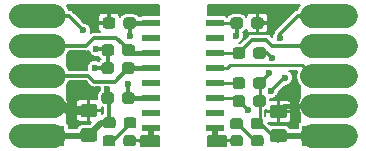
<source format=gtl>
G04 #@! TF.GenerationSoftware,KiCad,Pcbnew,5.0.2-bee76a0~70~ubuntu18.04.1*
G04 #@! TF.CreationDate,2019-07-29T11:10:54+02:00*
G04 #@! TF.ProjectId,SWD_Isolator,5357445f-4973-46f6-9c61-746f722e6b69,rev?*
G04 #@! TF.SameCoordinates,PX4148288PY2f7a4c0*
G04 #@! TF.FileFunction,Copper,L1,Top*
G04 #@! TF.FilePolarity,Positive*
%FSLAX46Y46*%
G04 Gerber Fmt 4.6, Leading zero omitted, Abs format (unit mm)*
G04 Created by KiCad (PCBNEW 5.0.2-bee76a0~70~ubuntu18.04.1) date pon 29 jul 2019 11:10:54 CEST*
%MOMM*%
%LPD*%
G01*
G04 APERTURE LIST*
G04 #@! TA.AperFunction,Conductor*
%ADD10C,0.100000*%
G04 #@! TD*
G04 #@! TA.AperFunction,SMDPad,CuDef*
%ADD11C,0.950000*%
G04 #@! TD*
G04 #@! TA.AperFunction,SMDPad,CuDef*
%ADD12C,1.150000*%
G04 #@! TD*
G04 #@! TA.AperFunction,ComponentPad*
%ADD13R,1.700000X1.700000*%
G04 #@! TD*
G04 #@! TA.AperFunction,ComponentPad*
%ADD14O,1.700000X1.700000*%
G04 #@! TD*
G04 #@! TA.AperFunction,SMDPad,CuDef*
%ADD15R,1.500000X0.600000*%
G04 #@! TD*
G04 #@! TA.AperFunction,ViaPad*
%ADD16C,0.600000*%
G04 #@! TD*
G04 #@! TA.AperFunction,Conductor*
%ADD17C,2.000000*%
G04 #@! TD*
G04 #@! TA.AperFunction,Conductor*
%ADD18C,0.400000*%
G04 #@! TD*
G04 #@! TA.AperFunction,Conductor*
%ADD19C,0.300000*%
G04 #@! TD*
G04 #@! TA.AperFunction,Conductor*
%ADD20C,0.500000*%
G04 #@! TD*
G04 #@! TA.AperFunction,Conductor*
%ADD21C,0.800000*%
G04 #@! TD*
G04 #@! TA.AperFunction,Conductor*
%ADD22C,0.254000*%
G04 #@! TD*
G04 #@! TA.AperFunction,Conductor*
%ADD23C,0.200000*%
G04 #@! TD*
G04 APERTURE END LIST*
D10*
G04 #@! TO.N,Net-(D1-Pad2)*
G04 #@! TO.C,D1*
G36*
X9073779Y1362856D02*
X9096834Y1359437D01*
X9119443Y1353773D01*
X9141387Y1345921D01*
X9162457Y1335956D01*
X9182448Y1323974D01*
X9201168Y1310090D01*
X9218438Y1294438D01*
X9234090Y1277168D01*
X9247974Y1258448D01*
X9259956Y1238457D01*
X9269921Y1217387D01*
X9277773Y1195443D01*
X9283437Y1172834D01*
X9286856Y1149779D01*
X9288000Y1126500D01*
X9288000Y651500D01*
X9286856Y628221D01*
X9283437Y605166D01*
X9277773Y582557D01*
X9269921Y560613D01*
X9259956Y539543D01*
X9247974Y519552D01*
X9234090Y500832D01*
X9218438Y483562D01*
X9201168Y467910D01*
X9182448Y454026D01*
X9162457Y442044D01*
X9141387Y432079D01*
X9119443Y424227D01*
X9096834Y418563D01*
X9073779Y415144D01*
X9050500Y414000D01*
X8475500Y414000D01*
X8452221Y415144D01*
X8429166Y418563D01*
X8406557Y424227D01*
X8384613Y432079D01*
X8363543Y442044D01*
X8343552Y454026D01*
X8324832Y467910D01*
X8307562Y483562D01*
X8291910Y500832D01*
X8278026Y519552D01*
X8266044Y539543D01*
X8256079Y560613D01*
X8248227Y582557D01*
X8242563Y605166D01*
X8239144Y628221D01*
X8238000Y651500D01*
X8238000Y1126500D01*
X8239144Y1149779D01*
X8242563Y1172834D01*
X8248227Y1195443D01*
X8256079Y1217387D01*
X8266044Y1238457D01*
X8278026Y1258448D01*
X8291910Y1277168D01*
X8307562Y1294438D01*
X8324832Y1310090D01*
X8343552Y1323974D01*
X8363543Y1335956D01*
X8384613Y1345921D01*
X8406557Y1353773D01*
X8429166Y1359437D01*
X8452221Y1362856D01*
X8475500Y1364000D01*
X9050500Y1364000D01*
X9073779Y1362856D01*
X9073779Y1362856D01*
G37*
D11*
G04 #@! TD*
G04 #@! TO.P,D1,2*
G04 #@! TO.N,Net-(D1-Pad2)*
X8763000Y889000D03*
D10*
G04 #@! TO.N,GND*
G04 #@! TO.C,D1*
G36*
X10823779Y1362856D02*
X10846834Y1359437D01*
X10869443Y1353773D01*
X10891387Y1345921D01*
X10912457Y1335956D01*
X10932448Y1323974D01*
X10951168Y1310090D01*
X10968438Y1294438D01*
X10984090Y1277168D01*
X10997974Y1258448D01*
X11009956Y1238457D01*
X11019921Y1217387D01*
X11027773Y1195443D01*
X11033437Y1172834D01*
X11036856Y1149779D01*
X11038000Y1126500D01*
X11038000Y651500D01*
X11036856Y628221D01*
X11033437Y605166D01*
X11027773Y582557D01*
X11019921Y560613D01*
X11009956Y539543D01*
X10997974Y519552D01*
X10984090Y500832D01*
X10968438Y483562D01*
X10951168Y467910D01*
X10932448Y454026D01*
X10912457Y442044D01*
X10891387Y432079D01*
X10869443Y424227D01*
X10846834Y418563D01*
X10823779Y415144D01*
X10800500Y414000D01*
X10225500Y414000D01*
X10202221Y415144D01*
X10179166Y418563D01*
X10156557Y424227D01*
X10134613Y432079D01*
X10113543Y442044D01*
X10093552Y454026D01*
X10074832Y467910D01*
X10057562Y483562D01*
X10041910Y500832D01*
X10028026Y519552D01*
X10016044Y539543D01*
X10006079Y560613D01*
X9998227Y582557D01*
X9992563Y605166D01*
X9989144Y628221D01*
X9988000Y651500D01*
X9988000Y1126500D01*
X9989144Y1149779D01*
X9992563Y1172834D01*
X9998227Y1195443D01*
X10006079Y1217387D01*
X10016044Y1238457D01*
X10028026Y1258448D01*
X10041910Y1277168D01*
X10057562Y1294438D01*
X10074832Y1310090D01*
X10093552Y1323974D01*
X10113543Y1335956D01*
X10134613Y1345921D01*
X10156557Y1353773D01*
X10179166Y1359437D01*
X10202221Y1362856D01*
X10225500Y1364000D01*
X10800500Y1364000D01*
X10823779Y1362856D01*
X10823779Y1362856D01*
G37*
D11*
G04 #@! TD*
G04 #@! TO.P,D1,1*
G04 #@! TO.N,GND*
X10513000Y889000D03*
D10*
G04 #@! TO.N,GNDA*
G04 #@! TO.C,D2*
G36*
X19882779Y1362856D02*
X19905834Y1359437D01*
X19928443Y1353773D01*
X19950387Y1345921D01*
X19971457Y1335956D01*
X19991448Y1323974D01*
X20010168Y1310090D01*
X20027438Y1294438D01*
X20043090Y1277168D01*
X20056974Y1258448D01*
X20068956Y1238457D01*
X20078921Y1217387D01*
X20086773Y1195443D01*
X20092437Y1172834D01*
X20095856Y1149779D01*
X20097000Y1126500D01*
X20097000Y651500D01*
X20095856Y628221D01*
X20092437Y605166D01*
X20086773Y582557D01*
X20078921Y560613D01*
X20068956Y539543D01*
X20056974Y519552D01*
X20043090Y500832D01*
X20027438Y483562D01*
X20010168Y467910D01*
X19991448Y454026D01*
X19971457Y442044D01*
X19950387Y432079D01*
X19928443Y424227D01*
X19905834Y418563D01*
X19882779Y415144D01*
X19859500Y414000D01*
X19284500Y414000D01*
X19261221Y415144D01*
X19238166Y418563D01*
X19215557Y424227D01*
X19193613Y432079D01*
X19172543Y442044D01*
X19152552Y454026D01*
X19133832Y467910D01*
X19116562Y483562D01*
X19100910Y500832D01*
X19087026Y519552D01*
X19075044Y539543D01*
X19065079Y560613D01*
X19057227Y582557D01*
X19051563Y605166D01*
X19048144Y628221D01*
X19047000Y651500D01*
X19047000Y1126500D01*
X19048144Y1149779D01*
X19051563Y1172834D01*
X19057227Y1195443D01*
X19065079Y1217387D01*
X19075044Y1238457D01*
X19087026Y1258448D01*
X19100910Y1277168D01*
X19116562Y1294438D01*
X19133832Y1310090D01*
X19152552Y1323974D01*
X19172543Y1335956D01*
X19193613Y1345921D01*
X19215557Y1353773D01*
X19238166Y1359437D01*
X19261221Y1362856D01*
X19284500Y1364000D01*
X19859500Y1364000D01*
X19882779Y1362856D01*
X19882779Y1362856D01*
G37*
D11*
G04 #@! TD*
G04 #@! TO.P,D2,1*
G04 #@! TO.N,GNDA*
X19572000Y889000D03*
D10*
G04 #@! TO.N,Net-(D2-Pad2)*
G04 #@! TO.C,D2*
G36*
X21632779Y1362856D02*
X21655834Y1359437D01*
X21678443Y1353773D01*
X21700387Y1345921D01*
X21721457Y1335956D01*
X21741448Y1323974D01*
X21760168Y1310090D01*
X21777438Y1294438D01*
X21793090Y1277168D01*
X21806974Y1258448D01*
X21818956Y1238457D01*
X21828921Y1217387D01*
X21836773Y1195443D01*
X21842437Y1172834D01*
X21845856Y1149779D01*
X21847000Y1126500D01*
X21847000Y651500D01*
X21845856Y628221D01*
X21842437Y605166D01*
X21836773Y582557D01*
X21828921Y560613D01*
X21818956Y539543D01*
X21806974Y519552D01*
X21793090Y500832D01*
X21777438Y483562D01*
X21760168Y467910D01*
X21741448Y454026D01*
X21721457Y442044D01*
X21700387Y432079D01*
X21678443Y424227D01*
X21655834Y418563D01*
X21632779Y415144D01*
X21609500Y414000D01*
X21034500Y414000D01*
X21011221Y415144D01*
X20988166Y418563D01*
X20965557Y424227D01*
X20943613Y432079D01*
X20922543Y442044D01*
X20902552Y454026D01*
X20883832Y467910D01*
X20866562Y483562D01*
X20850910Y500832D01*
X20837026Y519552D01*
X20825044Y539543D01*
X20815079Y560613D01*
X20807227Y582557D01*
X20801563Y605166D01*
X20798144Y628221D01*
X20797000Y651500D01*
X20797000Y1126500D01*
X20798144Y1149779D01*
X20801563Y1172834D01*
X20807227Y1195443D01*
X20815079Y1217387D01*
X20825044Y1238457D01*
X20837026Y1258448D01*
X20850910Y1277168D01*
X20866562Y1294438D01*
X20883832Y1310090D01*
X20902552Y1323974D01*
X20922543Y1335956D01*
X20943613Y1345921D01*
X20965557Y1353773D01*
X20988166Y1359437D01*
X21011221Y1362856D01*
X21034500Y1364000D01*
X21609500Y1364000D01*
X21632779Y1362856D01*
X21632779Y1362856D01*
G37*
D11*
G04 #@! TD*
G04 #@! TO.P,D2,2*
G04 #@! TO.N,Net-(D2-Pad2)*
X21322000Y889000D03*
D10*
G04 #@! TO.N,Net-(D2-Pad2)*
G04 #@! TO.C,R8*
G36*
X19868779Y2823356D02*
X19891834Y2819937D01*
X19914443Y2814273D01*
X19936387Y2806421D01*
X19957457Y2796456D01*
X19977448Y2784474D01*
X19996168Y2770590D01*
X20013438Y2754938D01*
X20029090Y2737668D01*
X20042974Y2718948D01*
X20054956Y2698957D01*
X20064921Y2677887D01*
X20072773Y2655943D01*
X20078437Y2633334D01*
X20081856Y2610279D01*
X20083000Y2587000D01*
X20083000Y2112000D01*
X20081856Y2088721D01*
X20078437Y2065666D01*
X20072773Y2043057D01*
X20064921Y2021113D01*
X20054956Y2000043D01*
X20042974Y1980052D01*
X20029090Y1961332D01*
X20013438Y1944062D01*
X19996168Y1928410D01*
X19977448Y1914526D01*
X19957457Y1902544D01*
X19936387Y1892579D01*
X19914443Y1884727D01*
X19891834Y1879063D01*
X19868779Y1875644D01*
X19845500Y1874500D01*
X19270500Y1874500D01*
X19247221Y1875644D01*
X19224166Y1879063D01*
X19201557Y1884727D01*
X19179613Y1892579D01*
X19158543Y1902544D01*
X19138552Y1914526D01*
X19119832Y1928410D01*
X19102562Y1944062D01*
X19086910Y1961332D01*
X19073026Y1980052D01*
X19061044Y2000043D01*
X19051079Y2021113D01*
X19043227Y2043057D01*
X19037563Y2065666D01*
X19034144Y2088721D01*
X19033000Y2112000D01*
X19033000Y2587000D01*
X19034144Y2610279D01*
X19037563Y2633334D01*
X19043227Y2655943D01*
X19051079Y2677887D01*
X19061044Y2698957D01*
X19073026Y2718948D01*
X19086910Y2737668D01*
X19102562Y2754938D01*
X19119832Y2770590D01*
X19138552Y2784474D01*
X19158543Y2796456D01*
X19179613Y2806421D01*
X19201557Y2814273D01*
X19224166Y2819937D01*
X19247221Y2823356D01*
X19270500Y2824500D01*
X19845500Y2824500D01*
X19868779Y2823356D01*
X19868779Y2823356D01*
G37*
D11*
G04 #@! TD*
G04 #@! TO.P,R8,2*
G04 #@! TO.N,Net-(D2-Pad2)*
X19558000Y2349500D03*
D10*
G04 #@! TO.N,VDD*
G04 #@! TO.C,R8*
G36*
X21618779Y2823356D02*
X21641834Y2819937D01*
X21664443Y2814273D01*
X21686387Y2806421D01*
X21707457Y2796456D01*
X21727448Y2784474D01*
X21746168Y2770590D01*
X21763438Y2754938D01*
X21779090Y2737668D01*
X21792974Y2718948D01*
X21804956Y2698957D01*
X21814921Y2677887D01*
X21822773Y2655943D01*
X21828437Y2633334D01*
X21831856Y2610279D01*
X21833000Y2587000D01*
X21833000Y2112000D01*
X21831856Y2088721D01*
X21828437Y2065666D01*
X21822773Y2043057D01*
X21814921Y2021113D01*
X21804956Y2000043D01*
X21792974Y1980052D01*
X21779090Y1961332D01*
X21763438Y1944062D01*
X21746168Y1928410D01*
X21727448Y1914526D01*
X21707457Y1902544D01*
X21686387Y1892579D01*
X21664443Y1884727D01*
X21641834Y1879063D01*
X21618779Y1875644D01*
X21595500Y1874500D01*
X21020500Y1874500D01*
X20997221Y1875644D01*
X20974166Y1879063D01*
X20951557Y1884727D01*
X20929613Y1892579D01*
X20908543Y1902544D01*
X20888552Y1914526D01*
X20869832Y1928410D01*
X20852562Y1944062D01*
X20836910Y1961332D01*
X20823026Y1980052D01*
X20811044Y2000043D01*
X20801079Y2021113D01*
X20793227Y2043057D01*
X20787563Y2065666D01*
X20784144Y2088721D01*
X20783000Y2112000D01*
X20783000Y2587000D01*
X20784144Y2610279D01*
X20787563Y2633334D01*
X20793227Y2655943D01*
X20801079Y2677887D01*
X20811044Y2698957D01*
X20823026Y2718948D01*
X20836910Y2737668D01*
X20852562Y2754938D01*
X20869832Y2770590D01*
X20888552Y2784474D01*
X20908543Y2796456D01*
X20929613Y2806421D01*
X20951557Y2814273D01*
X20974166Y2819937D01*
X20997221Y2823356D01*
X21020500Y2824500D01*
X21595500Y2824500D01*
X21618779Y2823356D01*
X21618779Y2823356D01*
G37*
D11*
G04 #@! TD*
G04 #@! TO.P,R8,1*
G04 #@! TO.N,VDD*
X21308000Y2349500D03*
D10*
G04 #@! TO.N,VCC*
G04 #@! TO.C,R7*
G36*
X9101779Y2886856D02*
X9124834Y2883437D01*
X9147443Y2877773D01*
X9169387Y2869921D01*
X9190457Y2859956D01*
X9210448Y2847974D01*
X9229168Y2834090D01*
X9246438Y2818438D01*
X9262090Y2801168D01*
X9275974Y2782448D01*
X9287956Y2762457D01*
X9297921Y2741387D01*
X9305773Y2719443D01*
X9311437Y2696834D01*
X9314856Y2673779D01*
X9316000Y2650500D01*
X9316000Y2175500D01*
X9314856Y2152221D01*
X9311437Y2129166D01*
X9305773Y2106557D01*
X9297921Y2084613D01*
X9287956Y2063543D01*
X9275974Y2043552D01*
X9262090Y2024832D01*
X9246438Y2007562D01*
X9229168Y1991910D01*
X9210448Y1978026D01*
X9190457Y1966044D01*
X9169387Y1956079D01*
X9147443Y1948227D01*
X9124834Y1942563D01*
X9101779Y1939144D01*
X9078500Y1938000D01*
X8503500Y1938000D01*
X8480221Y1939144D01*
X8457166Y1942563D01*
X8434557Y1948227D01*
X8412613Y1956079D01*
X8391543Y1966044D01*
X8371552Y1978026D01*
X8352832Y1991910D01*
X8335562Y2007562D01*
X8319910Y2024832D01*
X8306026Y2043552D01*
X8294044Y2063543D01*
X8284079Y2084613D01*
X8276227Y2106557D01*
X8270563Y2129166D01*
X8267144Y2152221D01*
X8266000Y2175500D01*
X8266000Y2650500D01*
X8267144Y2673779D01*
X8270563Y2696834D01*
X8276227Y2719443D01*
X8284079Y2741387D01*
X8294044Y2762457D01*
X8306026Y2782448D01*
X8319910Y2801168D01*
X8335562Y2818438D01*
X8352832Y2834090D01*
X8371552Y2847974D01*
X8391543Y2859956D01*
X8412613Y2869921D01*
X8434557Y2877773D01*
X8457166Y2883437D01*
X8480221Y2886856D01*
X8503500Y2888000D01*
X9078500Y2888000D01*
X9101779Y2886856D01*
X9101779Y2886856D01*
G37*
D11*
G04 #@! TD*
G04 #@! TO.P,R7,1*
G04 #@! TO.N,VCC*
X8791000Y2413000D03*
D10*
G04 #@! TO.N,Net-(D1-Pad2)*
G04 #@! TO.C,R7*
G36*
X10851779Y2886856D02*
X10874834Y2883437D01*
X10897443Y2877773D01*
X10919387Y2869921D01*
X10940457Y2859956D01*
X10960448Y2847974D01*
X10979168Y2834090D01*
X10996438Y2818438D01*
X11012090Y2801168D01*
X11025974Y2782448D01*
X11037956Y2762457D01*
X11047921Y2741387D01*
X11055773Y2719443D01*
X11061437Y2696834D01*
X11064856Y2673779D01*
X11066000Y2650500D01*
X11066000Y2175500D01*
X11064856Y2152221D01*
X11061437Y2129166D01*
X11055773Y2106557D01*
X11047921Y2084613D01*
X11037956Y2063543D01*
X11025974Y2043552D01*
X11012090Y2024832D01*
X10996438Y2007562D01*
X10979168Y1991910D01*
X10960448Y1978026D01*
X10940457Y1966044D01*
X10919387Y1956079D01*
X10897443Y1948227D01*
X10874834Y1942563D01*
X10851779Y1939144D01*
X10828500Y1938000D01*
X10253500Y1938000D01*
X10230221Y1939144D01*
X10207166Y1942563D01*
X10184557Y1948227D01*
X10162613Y1956079D01*
X10141543Y1966044D01*
X10121552Y1978026D01*
X10102832Y1991910D01*
X10085562Y2007562D01*
X10069910Y2024832D01*
X10056026Y2043552D01*
X10044044Y2063543D01*
X10034079Y2084613D01*
X10026227Y2106557D01*
X10020563Y2129166D01*
X10017144Y2152221D01*
X10016000Y2175500D01*
X10016000Y2650500D01*
X10017144Y2673779D01*
X10020563Y2696834D01*
X10026227Y2719443D01*
X10034079Y2741387D01*
X10044044Y2762457D01*
X10056026Y2782448D01*
X10069910Y2801168D01*
X10085562Y2818438D01*
X10102832Y2834090D01*
X10121552Y2847974D01*
X10141543Y2859956D01*
X10162613Y2869921D01*
X10184557Y2877773D01*
X10207166Y2883437D01*
X10230221Y2886856D01*
X10253500Y2888000D01*
X10828500Y2888000D01*
X10851779Y2886856D01*
X10851779Y2886856D01*
G37*
D11*
G04 #@! TD*
G04 #@! TO.P,R7,2*
G04 #@! TO.N,Net-(D1-Pad2)*
X10541000Y2413000D03*
D10*
G04 #@! TO.N,GNDA*
G04 #@! TO.C,C4*
G36*
X21632779Y11332356D02*
X21655834Y11328937D01*
X21678443Y11323273D01*
X21700387Y11315421D01*
X21721457Y11305456D01*
X21741448Y11293474D01*
X21760168Y11279590D01*
X21777438Y11263938D01*
X21793090Y11246668D01*
X21806974Y11227948D01*
X21818956Y11207957D01*
X21828921Y11186887D01*
X21836773Y11164943D01*
X21842437Y11142334D01*
X21845856Y11119279D01*
X21847000Y11096000D01*
X21847000Y10621000D01*
X21845856Y10597721D01*
X21842437Y10574666D01*
X21836773Y10552057D01*
X21828921Y10530113D01*
X21818956Y10509043D01*
X21806974Y10489052D01*
X21793090Y10470332D01*
X21777438Y10453062D01*
X21760168Y10437410D01*
X21741448Y10423526D01*
X21721457Y10411544D01*
X21700387Y10401579D01*
X21678443Y10393727D01*
X21655834Y10388063D01*
X21632779Y10384644D01*
X21609500Y10383500D01*
X21034500Y10383500D01*
X21011221Y10384644D01*
X20988166Y10388063D01*
X20965557Y10393727D01*
X20943613Y10401579D01*
X20922543Y10411544D01*
X20902552Y10423526D01*
X20883832Y10437410D01*
X20866562Y10453062D01*
X20850910Y10470332D01*
X20837026Y10489052D01*
X20825044Y10509043D01*
X20815079Y10530113D01*
X20807227Y10552057D01*
X20801563Y10574666D01*
X20798144Y10597721D01*
X20797000Y10621000D01*
X20797000Y11096000D01*
X20798144Y11119279D01*
X20801563Y11142334D01*
X20807227Y11164943D01*
X20815079Y11186887D01*
X20825044Y11207957D01*
X20837026Y11227948D01*
X20850910Y11246668D01*
X20866562Y11263938D01*
X20883832Y11279590D01*
X20902552Y11293474D01*
X20922543Y11305456D01*
X20943613Y11315421D01*
X20965557Y11323273D01*
X20988166Y11328937D01*
X21011221Y11332356D01*
X21034500Y11333500D01*
X21609500Y11333500D01*
X21632779Y11332356D01*
X21632779Y11332356D01*
G37*
D11*
G04 #@! TD*
G04 #@! TO.P,C4,2*
G04 #@! TO.N,GNDA*
X21322000Y10858500D03*
D10*
G04 #@! TO.N,VDD*
G04 #@! TO.C,C4*
G36*
X19882779Y11332356D02*
X19905834Y11328937D01*
X19928443Y11323273D01*
X19950387Y11315421D01*
X19971457Y11305456D01*
X19991448Y11293474D01*
X20010168Y11279590D01*
X20027438Y11263938D01*
X20043090Y11246668D01*
X20056974Y11227948D01*
X20068956Y11207957D01*
X20078921Y11186887D01*
X20086773Y11164943D01*
X20092437Y11142334D01*
X20095856Y11119279D01*
X20097000Y11096000D01*
X20097000Y10621000D01*
X20095856Y10597721D01*
X20092437Y10574666D01*
X20086773Y10552057D01*
X20078921Y10530113D01*
X20068956Y10509043D01*
X20056974Y10489052D01*
X20043090Y10470332D01*
X20027438Y10453062D01*
X20010168Y10437410D01*
X19991448Y10423526D01*
X19971457Y10411544D01*
X19950387Y10401579D01*
X19928443Y10393727D01*
X19905834Y10388063D01*
X19882779Y10384644D01*
X19859500Y10383500D01*
X19284500Y10383500D01*
X19261221Y10384644D01*
X19238166Y10388063D01*
X19215557Y10393727D01*
X19193613Y10401579D01*
X19172543Y10411544D01*
X19152552Y10423526D01*
X19133832Y10437410D01*
X19116562Y10453062D01*
X19100910Y10470332D01*
X19087026Y10489052D01*
X19075044Y10509043D01*
X19065079Y10530113D01*
X19057227Y10552057D01*
X19051563Y10574666D01*
X19048144Y10597721D01*
X19047000Y10621000D01*
X19047000Y11096000D01*
X19048144Y11119279D01*
X19051563Y11142334D01*
X19057227Y11164943D01*
X19065079Y11186887D01*
X19075044Y11207957D01*
X19087026Y11227948D01*
X19100910Y11246668D01*
X19116562Y11263938D01*
X19133832Y11279590D01*
X19152552Y11293474D01*
X19172543Y11305456D01*
X19193613Y11315421D01*
X19215557Y11323273D01*
X19238166Y11328937D01*
X19261221Y11332356D01*
X19284500Y11333500D01*
X19859500Y11333500D01*
X19882779Y11332356D01*
X19882779Y11332356D01*
G37*
D11*
G04 #@! TD*
G04 #@! TO.P,C4,1*
G04 #@! TO.N,VDD*
X19572000Y10858500D03*
D10*
G04 #@! TO.N,VCC*
G04 #@! TO.C,C2*
G36*
X10823779Y11332356D02*
X10846834Y11328937D01*
X10869443Y11323273D01*
X10891387Y11315421D01*
X10912457Y11305456D01*
X10932448Y11293474D01*
X10951168Y11279590D01*
X10968438Y11263938D01*
X10984090Y11246668D01*
X10997974Y11227948D01*
X11009956Y11207957D01*
X11019921Y11186887D01*
X11027773Y11164943D01*
X11033437Y11142334D01*
X11036856Y11119279D01*
X11038000Y11096000D01*
X11038000Y10621000D01*
X11036856Y10597721D01*
X11033437Y10574666D01*
X11027773Y10552057D01*
X11019921Y10530113D01*
X11009956Y10509043D01*
X10997974Y10489052D01*
X10984090Y10470332D01*
X10968438Y10453062D01*
X10951168Y10437410D01*
X10932448Y10423526D01*
X10912457Y10411544D01*
X10891387Y10401579D01*
X10869443Y10393727D01*
X10846834Y10388063D01*
X10823779Y10384644D01*
X10800500Y10383500D01*
X10225500Y10383500D01*
X10202221Y10384644D01*
X10179166Y10388063D01*
X10156557Y10393727D01*
X10134613Y10401579D01*
X10113543Y10411544D01*
X10093552Y10423526D01*
X10074832Y10437410D01*
X10057562Y10453062D01*
X10041910Y10470332D01*
X10028026Y10489052D01*
X10016044Y10509043D01*
X10006079Y10530113D01*
X9998227Y10552057D01*
X9992563Y10574666D01*
X9989144Y10597721D01*
X9988000Y10621000D01*
X9988000Y11096000D01*
X9989144Y11119279D01*
X9992563Y11142334D01*
X9998227Y11164943D01*
X10006079Y11186887D01*
X10016044Y11207957D01*
X10028026Y11227948D01*
X10041910Y11246668D01*
X10057562Y11263938D01*
X10074832Y11279590D01*
X10093552Y11293474D01*
X10113543Y11305456D01*
X10134613Y11315421D01*
X10156557Y11323273D01*
X10179166Y11328937D01*
X10202221Y11332356D01*
X10225500Y11333500D01*
X10800500Y11333500D01*
X10823779Y11332356D01*
X10823779Y11332356D01*
G37*
D11*
G04 #@! TD*
G04 #@! TO.P,C2,1*
G04 #@! TO.N,VCC*
X10513000Y10858500D03*
D10*
G04 #@! TO.N,GND*
G04 #@! TO.C,C2*
G36*
X9073779Y11332356D02*
X9096834Y11328937D01*
X9119443Y11323273D01*
X9141387Y11315421D01*
X9162457Y11305456D01*
X9182448Y11293474D01*
X9201168Y11279590D01*
X9218438Y11263938D01*
X9234090Y11246668D01*
X9247974Y11227948D01*
X9259956Y11207957D01*
X9269921Y11186887D01*
X9277773Y11164943D01*
X9283437Y11142334D01*
X9286856Y11119279D01*
X9288000Y11096000D01*
X9288000Y10621000D01*
X9286856Y10597721D01*
X9283437Y10574666D01*
X9277773Y10552057D01*
X9269921Y10530113D01*
X9259956Y10509043D01*
X9247974Y10489052D01*
X9234090Y10470332D01*
X9218438Y10453062D01*
X9201168Y10437410D01*
X9182448Y10423526D01*
X9162457Y10411544D01*
X9141387Y10401579D01*
X9119443Y10393727D01*
X9096834Y10388063D01*
X9073779Y10384644D01*
X9050500Y10383500D01*
X8475500Y10383500D01*
X8452221Y10384644D01*
X8429166Y10388063D01*
X8406557Y10393727D01*
X8384613Y10401579D01*
X8363543Y10411544D01*
X8343552Y10423526D01*
X8324832Y10437410D01*
X8307562Y10453062D01*
X8291910Y10470332D01*
X8278026Y10489052D01*
X8266044Y10509043D01*
X8256079Y10530113D01*
X8248227Y10552057D01*
X8242563Y10574666D01*
X8239144Y10597721D01*
X8238000Y10621000D01*
X8238000Y11096000D01*
X8239144Y11119279D01*
X8242563Y11142334D01*
X8248227Y11164943D01*
X8256079Y11186887D01*
X8266044Y11207957D01*
X8278026Y11227948D01*
X8291910Y11246668D01*
X8307562Y11263938D01*
X8324832Y11279590D01*
X8343552Y11293474D01*
X8363543Y11305456D01*
X8384613Y11315421D01*
X8406557Y11323273D01*
X8429166Y11328937D01*
X8452221Y11332356D01*
X8475500Y11333500D01*
X9050500Y11333500D01*
X9073779Y11332356D01*
X9073779Y11332356D01*
G37*
D11*
G04 #@! TD*
G04 #@! TO.P,C2,2*
G04 #@! TO.N,GND*
X8763000Y10858500D03*
D10*
G04 #@! TO.N,GNDA*
G04 #@! TO.C,C3*
G36*
X23588505Y3948296D02*
X23612773Y3944696D01*
X23636572Y3938735D01*
X23659671Y3930470D01*
X23681850Y3919980D01*
X23702893Y3907368D01*
X23722599Y3892753D01*
X23740777Y3876277D01*
X23757253Y3858099D01*
X23771868Y3838393D01*
X23784480Y3817350D01*
X23794970Y3795171D01*
X23803235Y3772072D01*
X23809196Y3748273D01*
X23812796Y3724005D01*
X23814000Y3699501D01*
X23814000Y3049499D01*
X23812796Y3024995D01*
X23809196Y3000727D01*
X23803235Y2976928D01*
X23794970Y2953829D01*
X23784480Y2931650D01*
X23771868Y2910607D01*
X23757253Y2890901D01*
X23740777Y2872723D01*
X23722599Y2856247D01*
X23702893Y2841632D01*
X23681850Y2829020D01*
X23659671Y2818530D01*
X23636572Y2810265D01*
X23612773Y2804304D01*
X23588505Y2800704D01*
X23564001Y2799500D01*
X22663999Y2799500D01*
X22639495Y2800704D01*
X22615227Y2804304D01*
X22591428Y2810265D01*
X22568329Y2818530D01*
X22546150Y2829020D01*
X22525107Y2841632D01*
X22505401Y2856247D01*
X22487223Y2872723D01*
X22470747Y2890901D01*
X22456132Y2910607D01*
X22443520Y2931650D01*
X22433030Y2953829D01*
X22424765Y2976928D01*
X22418804Y3000727D01*
X22415204Y3024995D01*
X22414000Y3049499D01*
X22414000Y3699501D01*
X22415204Y3724005D01*
X22418804Y3748273D01*
X22424765Y3772072D01*
X22433030Y3795171D01*
X22443520Y3817350D01*
X22456132Y3838393D01*
X22470747Y3858099D01*
X22487223Y3876277D01*
X22505401Y3892753D01*
X22525107Y3907368D01*
X22546150Y3919980D01*
X22568329Y3930470D01*
X22591428Y3938735D01*
X22615227Y3944696D01*
X22639495Y3948296D01*
X22663999Y3949500D01*
X23564001Y3949500D01*
X23588505Y3948296D01*
X23588505Y3948296D01*
G37*
D12*
G04 #@! TD*
G04 #@! TO.P,C3,2*
G04 #@! TO.N,GNDA*
X23114000Y3374500D03*
D10*
G04 #@! TO.N,VDD*
G04 #@! TO.C,C3*
G36*
X23588505Y1898296D02*
X23612773Y1894696D01*
X23636572Y1888735D01*
X23659671Y1880470D01*
X23681850Y1869980D01*
X23702893Y1857368D01*
X23722599Y1842753D01*
X23740777Y1826277D01*
X23757253Y1808099D01*
X23771868Y1788393D01*
X23784480Y1767350D01*
X23794970Y1745171D01*
X23803235Y1722072D01*
X23809196Y1698273D01*
X23812796Y1674005D01*
X23814000Y1649501D01*
X23814000Y999499D01*
X23812796Y974995D01*
X23809196Y950727D01*
X23803235Y926928D01*
X23794970Y903829D01*
X23784480Y881650D01*
X23771868Y860607D01*
X23757253Y840901D01*
X23740777Y822723D01*
X23722599Y806247D01*
X23702893Y791632D01*
X23681850Y779020D01*
X23659671Y768530D01*
X23636572Y760265D01*
X23612773Y754304D01*
X23588505Y750704D01*
X23564001Y749500D01*
X22663999Y749500D01*
X22639495Y750704D01*
X22615227Y754304D01*
X22591428Y760265D01*
X22568329Y768530D01*
X22546150Y779020D01*
X22525107Y791632D01*
X22505401Y806247D01*
X22487223Y822723D01*
X22470747Y840901D01*
X22456132Y860607D01*
X22443520Y881650D01*
X22433030Y903829D01*
X22424765Y926928D01*
X22418804Y950727D01*
X22415204Y974995D01*
X22414000Y999499D01*
X22414000Y1649501D01*
X22415204Y1674005D01*
X22418804Y1698273D01*
X22424765Y1722072D01*
X22433030Y1745171D01*
X22443520Y1767350D01*
X22456132Y1788393D01*
X22470747Y1808099D01*
X22487223Y1826277D01*
X22505401Y1842753D01*
X22525107Y1857368D01*
X22546150Y1869980D01*
X22568329Y1880470D01*
X22591428Y1888735D01*
X22615227Y1894696D01*
X22639495Y1898296D01*
X22663999Y1899500D01*
X23564001Y1899500D01*
X23588505Y1898296D01*
X23588505Y1898296D01*
G37*
D12*
G04 #@! TD*
G04 #@! TO.P,C3,1*
G04 #@! TO.N,VDD*
X23114000Y1324500D03*
D10*
G04 #@! TO.N,VCC*
G04 #@! TO.C,C1*
G36*
X7523005Y1961796D02*
X7547273Y1958196D01*
X7571072Y1952235D01*
X7594171Y1943970D01*
X7616350Y1933480D01*
X7637393Y1920868D01*
X7657099Y1906253D01*
X7675277Y1889777D01*
X7691753Y1871599D01*
X7706368Y1851893D01*
X7718980Y1830850D01*
X7729470Y1808671D01*
X7737735Y1785572D01*
X7743696Y1761773D01*
X7747296Y1737505D01*
X7748500Y1713001D01*
X7748500Y1062999D01*
X7747296Y1038495D01*
X7743696Y1014227D01*
X7737735Y990428D01*
X7729470Y967329D01*
X7718980Y945150D01*
X7706368Y924107D01*
X7691753Y904401D01*
X7675277Y886223D01*
X7657099Y869747D01*
X7637393Y855132D01*
X7616350Y842520D01*
X7594171Y832030D01*
X7571072Y823765D01*
X7547273Y817804D01*
X7523005Y814204D01*
X7498501Y813000D01*
X6598499Y813000D01*
X6573995Y814204D01*
X6549727Y817804D01*
X6525928Y823765D01*
X6502829Y832030D01*
X6480650Y842520D01*
X6459607Y855132D01*
X6439901Y869747D01*
X6421723Y886223D01*
X6405247Y904401D01*
X6390632Y924107D01*
X6378020Y945150D01*
X6367530Y967329D01*
X6359265Y990428D01*
X6353304Y1014227D01*
X6349704Y1038495D01*
X6348500Y1062999D01*
X6348500Y1713001D01*
X6349704Y1737505D01*
X6353304Y1761773D01*
X6359265Y1785572D01*
X6367530Y1808671D01*
X6378020Y1830850D01*
X6390632Y1851893D01*
X6405247Y1871599D01*
X6421723Y1889777D01*
X6439901Y1906253D01*
X6459607Y1920868D01*
X6480650Y1933480D01*
X6502829Y1943970D01*
X6525928Y1952235D01*
X6549727Y1958196D01*
X6573995Y1961796D01*
X6598499Y1963000D01*
X7498501Y1963000D01*
X7523005Y1961796D01*
X7523005Y1961796D01*
G37*
D12*
G04 #@! TD*
G04 #@! TO.P,C1,1*
G04 #@! TO.N,VCC*
X7048500Y1388000D03*
D10*
G04 #@! TO.N,GND*
G04 #@! TO.C,C1*
G36*
X7523005Y4011796D02*
X7547273Y4008196D01*
X7571072Y4002235D01*
X7594171Y3993970D01*
X7616350Y3983480D01*
X7637393Y3970868D01*
X7657099Y3956253D01*
X7675277Y3939777D01*
X7691753Y3921599D01*
X7706368Y3901893D01*
X7718980Y3880850D01*
X7729470Y3858671D01*
X7737735Y3835572D01*
X7743696Y3811773D01*
X7747296Y3787505D01*
X7748500Y3763001D01*
X7748500Y3112999D01*
X7747296Y3088495D01*
X7743696Y3064227D01*
X7737735Y3040428D01*
X7729470Y3017329D01*
X7718980Y2995150D01*
X7706368Y2974107D01*
X7691753Y2954401D01*
X7675277Y2936223D01*
X7657099Y2919747D01*
X7637393Y2905132D01*
X7616350Y2892520D01*
X7594171Y2882030D01*
X7571072Y2873765D01*
X7547273Y2867804D01*
X7523005Y2864204D01*
X7498501Y2863000D01*
X6598499Y2863000D01*
X6573995Y2864204D01*
X6549727Y2867804D01*
X6525928Y2873765D01*
X6502829Y2882030D01*
X6480650Y2892520D01*
X6459607Y2905132D01*
X6439901Y2919747D01*
X6421723Y2936223D01*
X6405247Y2954401D01*
X6390632Y2974107D01*
X6378020Y2995150D01*
X6367530Y3017329D01*
X6359265Y3040428D01*
X6353304Y3064227D01*
X6349704Y3088495D01*
X6348500Y3112999D01*
X6348500Y3763001D01*
X6349704Y3787505D01*
X6353304Y3811773D01*
X6359265Y3835572D01*
X6367530Y3858671D01*
X6378020Y3880850D01*
X6390632Y3901893D01*
X6405247Y3921599D01*
X6421723Y3939777D01*
X6439901Y3956253D01*
X6459607Y3970868D01*
X6480650Y3983480D01*
X6502829Y3993970D01*
X6525928Y4002235D01*
X6549727Y4008196D01*
X6573995Y4011796D01*
X6598499Y4013000D01*
X7498501Y4013000D01*
X7523005Y4011796D01*
X7523005Y4011796D01*
G37*
D12*
G04 #@! TD*
G04 #@! TO.P,C1,2*
G04 #@! TO.N,GND*
X7048500Y3438000D03*
D13*
G04 #@! TO.P,J1,1*
G04 #@! TO.N,VCC*
X4127500Y1333500D03*
D14*
G04 #@! TO.P,J1,2*
G04 #@! TO.N,GND*
X4127500Y3873500D03*
G04 #@! TO.P,J1,3*
G04 #@! TO.N,Net-(J1-Pad3)*
X4127500Y6413500D03*
G04 #@! TO.P,J1,4*
G04 #@! TO.N,Net-(J1-Pad4)*
X4127500Y8953500D03*
G04 #@! TO.P,J1,5*
G04 #@! TO.N,Net-(J1-Pad5)*
X4127500Y11493500D03*
G04 #@! TD*
D13*
G04 #@! TO.P,J2,1*
G04 #@! TO.N,VDD*
X25971500Y1333500D03*
D14*
G04 #@! TO.P,J2,2*
G04 #@! TO.N,GNDA*
X25971500Y3873500D03*
G04 #@! TO.P,J2,3*
G04 #@! TO.N,Net-(J2-Pad3)*
X25971500Y6413500D03*
G04 #@! TO.P,J2,4*
G04 #@! TO.N,Net-(J2-Pad4)*
X25971500Y8953500D03*
G04 #@! TO.P,J2,5*
G04 #@! TO.N,Net-(J2-Pad5)*
X25971500Y11493500D03*
G04 #@! TD*
D10*
G04 #@! TO.N,Net-(R6-Pad2)*
G04 #@! TO.C,R6*
G36*
X20073279Y6252356D02*
X20096334Y6248937D01*
X20118943Y6243273D01*
X20140887Y6235421D01*
X20161957Y6225456D01*
X20181948Y6213474D01*
X20200668Y6199590D01*
X20217938Y6183938D01*
X20233590Y6166668D01*
X20247474Y6147948D01*
X20259456Y6127957D01*
X20269421Y6106887D01*
X20277273Y6084943D01*
X20282937Y6062334D01*
X20286356Y6039279D01*
X20287500Y6016000D01*
X20287500Y5541000D01*
X20286356Y5517721D01*
X20282937Y5494666D01*
X20277273Y5472057D01*
X20269421Y5450113D01*
X20259456Y5429043D01*
X20247474Y5409052D01*
X20233590Y5390332D01*
X20217938Y5373062D01*
X20200668Y5357410D01*
X20181948Y5343526D01*
X20161957Y5331544D01*
X20140887Y5321579D01*
X20118943Y5313727D01*
X20096334Y5308063D01*
X20073279Y5304644D01*
X20050000Y5303500D01*
X19475000Y5303500D01*
X19451721Y5304644D01*
X19428666Y5308063D01*
X19406057Y5313727D01*
X19384113Y5321579D01*
X19363043Y5331544D01*
X19343052Y5343526D01*
X19324332Y5357410D01*
X19307062Y5373062D01*
X19291410Y5390332D01*
X19277526Y5409052D01*
X19265544Y5429043D01*
X19255579Y5450113D01*
X19247727Y5472057D01*
X19242063Y5494666D01*
X19238644Y5517721D01*
X19237500Y5541000D01*
X19237500Y6016000D01*
X19238644Y6039279D01*
X19242063Y6062334D01*
X19247727Y6084943D01*
X19255579Y6106887D01*
X19265544Y6127957D01*
X19277526Y6147948D01*
X19291410Y6166668D01*
X19307062Y6183938D01*
X19324332Y6199590D01*
X19343052Y6213474D01*
X19363043Y6225456D01*
X19384113Y6235421D01*
X19406057Y6243273D01*
X19428666Y6248937D01*
X19451721Y6252356D01*
X19475000Y6253500D01*
X20050000Y6253500D01*
X20073279Y6252356D01*
X20073279Y6252356D01*
G37*
D11*
G04 #@! TD*
G04 #@! TO.P,R6,2*
G04 #@! TO.N,Net-(R6-Pad2)*
X19762500Y5778500D03*
D10*
G04 #@! TO.N,VDD*
G04 #@! TO.C,R6*
G36*
X21823279Y6252356D02*
X21846334Y6248937D01*
X21868943Y6243273D01*
X21890887Y6235421D01*
X21911957Y6225456D01*
X21931948Y6213474D01*
X21950668Y6199590D01*
X21967938Y6183938D01*
X21983590Y6166668D01*
X21997474Y6147948D01*
X22009456Y6127957D01*
X22019421Y6106887D01*
X22027273Y6084943D01*
X22032937Y6062334D01*
X22036356Y6039279D01*
X22037500Y6016000D01*
X22037500Y5541000D01*
X22036356Y5517721D01*
X22032937Y5494666D01*
X22027273Y5472057D01*
X22019421Y5450113D01*
X22009456Y5429043D01*
X21997474Y5409052D01*
X21983590Y5390332D01*
X21967938Y5373062D01*
X21950668Y5357410D01*
X21931948Y5343526D01*
X21911957Y5331544D01*
X21890887Y5321579D01*
X21868943Y5313727D01*
X21846334Y5308063D01*
X21823279Y5304644D01*
X21800000Y5303500D01*
X21225000Y5303500D01*
X21201721Y5304644D01*
X21178666Y5308063D01*
X21156057Y5313727D01*
X21134113Y5321579D01*
X21113043Y5331544D01*
X21093052Y5343526D01*
X21074332Y5357410D01*
X21057062Y5373062D01*
X21041410Y5390332D01*
X21027526Y5409052D01*
X21015544Y5429043D01*
X21005579Y5450113D01*
X20997727Y5472057D01*
X20992063Y5494666D01*
X20988644Y5517721D01*
X20987500Y5541000D01*
X20987500Y6016000D01*
X20988644Y6039279D01*
X20992063Y6062334D01*
X20997727Y6084943D01*
X21005579Y6106887D01*
X21015544Y6127957D01*
X21027526Y6147948D01*
X21041410Y6166668D01*
X21057062Y6183938D01*
X21074332Y6199590D01*
X21093052Y6213474D01*
X21113043Y6225456D01*
X21134113Y6235421D01*
X21156057Y6243273D01*
X21178666Y6248937D01*
X21201721Y6252356D01*
X21225000Y6253500D01*
X21800000Y6253500D01*
X21823279Y6252356D01*
X21823279Y6252356D01*
G37*
D11*
G04 #@! TD*
G04 #@! TO.P,R6,1*
G04 #@! TO.N,VDD*
X21512500Y5778500D03*
D10*
G04 #@! TO.N,VDD*
G04 #@! TO.C,R5*
G36*
X21823279Y4728356D02*
X21846334Y4724937D01*
X21868943Y4719273D01*
X21890887Y4711421D01*
X21911957Y4701456D01*
X21931948Y4689474D01*
X21950668Y4675590D01*
X21967938Y4659938D01*
X21983590Y4642668D01*
X21997474Y4623948D01*
X22009456Y4603957D01*
X22019421Y4582887D01*
X22027273Y4560943D01*
X22032937Y4538334D01*
X22036356Y4515279D01*
X22037500Y4492000D01*
X22037500Y4017000D01*
X22036356Y3993721D01*
X22032937Y3970666D01*
X22027273Y3948057D01*
X22019421Y3926113D01*
X22009456Y3905043D01*
X21997474Y3885052D01*
X21983590Y3866332D01*
X21967938Y3849062D01*
X21950668Y3833410D01*
X21931948Y3819526D01*
X21911957Y3807544D01*
X21890887Y3797579D01*
X21868943Y3789727D01*
X21846334Y3784063D01*
X21823279Y3780644D01*
X21800000Y3779500D01*
X21225000Y3779500D01*
X21201721Y3780644D01*
X21178666Y3784063D01*
X21156057Y3789727D01*
X21134113Y3797579D01*
X21113043Y3807544D01*
X21093052Y3819526D01*
X21074332Y3833410D01*
X21057062Y3849062D01*
X21041410Y3866332D01*
X21027526Y3885052D01*
X21015544Y3905043D01*
X21005579Y3926113D01*
X20997727Y3948057D01*
X20992063Y3970666D01*
X20988644Y3993721D01*
X20987500Y4017000D01*
X20987500Y4492000D01*
X20988644Y4515279D01*
X20992063Y4538334D01*
X20997727Y4560943D01*
X21005579Y4582887D01*
X21015544Y4603957D01*
X21027526Y4623948D01*
X21041410Y4642668D01*
X21057062Y4659938D01*
X21074332Y4675590D01*
X21093052Y4689474D01*
X21113043Y4701456D01*
X21134113Y4711421D01*
X21156057Y4719273D01*
X21178666Y4724937D01*
X21201721Y4728356D01*
X21225000Y4729500D01*
X21800000Y4729500D01*
X21823279Y4728356D01*
X21823279Y4728356D01*
G37*
D11*
G04 #@! TD*
G04 #@! TO.P,R5,1*
G04 #@! TO.N,VDD*
X21512500Y4254500D03*
D10*
G04 #@! TO.N,Net-(J2-Pad5)*
G04 #@! TO.C,R5*
G36*
X20073279Y4728356D02*
X20096334Y4724937D01*
X20118943Y4719273D01*
X20140887Y4711421D01*
X20161957Y4701456D01*
X20181948Y4689474D01*
X20200668Y4675590D01*
X20217938Y4659938D01*
X20233590Y4642668D01*
X20247474Y4623948D01*
X20259456Y4603957D01*
X20269421Y4582887D01*
X20277273Y4560943D01*
X20282937Y4538334D01*
X20286356Y4515279D01*
X20287500Y4492000D01*
X20287500Y4017000D01*
X20286356Y3993721D01*
X20282937Y3970666D01*
X20277273Y3948057D01*
X20269421Y3926113D01*
X20259456Y3905043D01*
X20247474Y3885052D01*
X20233590Y3866332D01*
X20217938Y3849062D01*
X20200668Y3833410D01*
X20181948Y3819526D01*
X20161957Y3807544D01*
X20140887Y3797579D01*
X20118943Y3789727D01*
X20096334Y3784063D01*
X20073279Y3780644D01*
X20050000Y3779500D01*
X19475000Y3779500D01*
X19451721Y3780644D01*
X19428666Y3784063D01*
X19406057Y3789727D01*
X19384113Y3797579D01*
X19363043Y3807544D01*
X19343052Y3819526D01*
X19324332Y3833410D01*
X19307062Y3849062D01*
X19291410Y3866332D01*
X19277526Y3885052D01*
X19265544Y3905043D01*
X19255579Y3926113D01*
X19247727Y3948057D01*
X19242063Y3970666D01*
X19238644Y3993721D01*
X19237500Y4017000D01*
X19237500Y4492000D01*
X19238644Y4515279D01*
X19242063Y4538334D01*
X19247727Y4560943D01*
X19255579Y4582887D01*
X19265544Y4603957D01*
X19277526Y4623948D01*
X19291410Y4642668D01*
X19307062Y4659938D01*
X19324332Y4675590D01*
X19343052Y4689474D01*
X19363043Y4701456D01*
X19384113Y4711421D01*
X19406057Y4719273D01*
X19428666Y4724937D01*
X19451721Y4728356D01*
X19475000Y4729500D01*
X20050000Y4729500D01*
X20073279Y4728356D01*
X20073279Y4728356D01*
G37*
D11*
G04 #@! TD*
G04 #@! TO.P,R5,2*
G04 #@! TO.N,Net-(J2-Pad5)*
X19762500Y4254500D03*
D10*
G04 #@! TO.N,VDD*
G04 #@! TO.C,R4*
G36*
X21823279Y8792356D02*
X21846334Y8788937D01*
X21868943Y8783273D01*
X21890887Y8775421D01*
X21911957Y8765456D01*
X21931948Y8753474D01*
X21950668Y8739590D01*
X21967938Y8723938D01*
X21983590Y8706668D01*
X21997474Y8687948D01*
X22009456Y8667957D01*
X22019421Y8646887D01*
X22027273Y8624943D01*
X22032937Y8602334D01*
X22036356Y8579279D01*
X22037500Y8556000D01*
X22037500Y8081000D01*
X22036356Y8057721D01*
X22032937Y8034666D01*
X22027273Y8012057D01*
X22019421Y7990113D01*
X22009456Y7969043D01*
X21997474Y7949052D01*
X21983590Y7930332D01*
X21967938Y7913062D01*
X21950668Y7897410D01*
X21931948Y7883526D01*
X21911957Y7871544D01*
X21890887Y7861579D01*
X21868943Y7853727D01*
X21846334Y7848063D01*
X21823279Y7844644D01*
X21800000Y7843500D01*
X21225000Y7843500D01*
X21201721Y7844644D01*
X21178666Y7848063D01*
X21156057Y7853727D01*
X21134113Y7861579D01*
X21113043Y7871544D01*
X21093052Y7883526D01*
X21074332Y7897410D01*
X21057062Y7913062D01*
X21041410Y7930332D01*
X21027526Y7949052D01*
X21015544Y7969043D01*
X21005579Y7990113D01*
X20997727Y8012057D01*
X20992063Y8034666D01*
X20988644Y8057721D01*
X20987500Y8081000D01*
X20987500Y8556000D01*
X20988644Y8579279D01*
X20992063Y8602334D01*
X20997727Y8624943D01*
X21005579Y8646887D01*
X21015544Y8667957D01*
X21027526Y8687948D01*
X21041410Y8706668D01*
X21057062Y8723938D01*
X21074332Y8739590D01*
X21093052Y8753474D01*
X21113043Y8765456D01*
X21134113Y8775421D01*
X21156057Y8783273D01*
X21178666Y8788937D01*
X21201721Y8792356D01*
X21225000Y8793500D01*
X21800000Y8793500D01*
X21823279Y8792356D01*
X21823279Y8792356D01*
G37*
D11*
G04 #@! TD*
G04 #@! TO.P,R4,1*
G04 #@! TO.N,VDD*
X21512500Y8318500D03*
D10*
G04 #@! TO.N,Net-(J2-Pad4)*
G04 #@! TO.C,R4*
G36*
X20073279Y8792356D02*
X20096334Y8788937D01*
X20118943Y8783273D01*
X20140887Y8775421D01*
X20161957Y8765456D01*
X20181948Y8753474D01*
X20200668Y8739590D01*
X20217938Y8723938D01*
X20233590Y8706668D01*
X20247474Y8687948D01*
X20259456Y8667957D01*
X20269421Y8646887D01*
X20277273Y8624943D01*
X20282937Y8602334D01*
X20286356Y8579279D01*
X20287500Y8556000D01*
X20287500Y8081000D01*
X20286356Y8057721D01*
X20282937Y8034666D01*
X20277273Y8012057D01*
X20269421Y7990113D01*
X20259456Y7969043D01*
X20247474Y7949052D01*
X20233590Y7930332D01*
X20217938Y7913062D01*
X20200668Y7897410D01*
X20181948Y7883526D01*
X20161957Y7871544D01*
X20140887Y7861579D01*
X20118943Y7853727D01*
X20096334Y7848063D01*
X20073279Y7844644D01*
X20050000Y7843500D01*
X19475000Y7843500D01*
X19451721Y7844644D01*
X19428666Y7848063D01*
X19406057Y7853727D01*
X19384113Y7861579D01*
X19363043Y7871544D01*
X19343052Y7883526D01*
X19324332Y7897410D01*
X19307062Y7913062D01*
X19291410Y7930332D01*
X19277526Y7949052D01*
X19265544Y7969043D01*
X19255579Y7990113D01*
X19247727Y8012057D01*
X19242063Y8034666D01*
X19238644Y8057721D01*
X19237500Y8081000D01*
X19237500Y8556000D01*
X19238644Y8579279D01*
X19242063Y8602334D01*
X19247727Y8624943D01*
X19255579Y8646887D01*
X19265544Y8667957D01*
X19277526Y8687948D01*
X19291410Y8706668D01*
X19307062Y8723938D01*
X19324332Y8739590D01*
X19343052Y8753474D01*
X19363043Y8765456D01*
X19384113Y8775421D01*
X19406057Y8783273D01*
X19428666Y8788937D01*
X19451721Y8792356D01*
X19475000Y8793500D01*
X20050000Y8793500D01*
X20073279Y8792356D01*
X20073279Y8792356D01*
G37*
D11*
G04 #@! TD*
G04 #@! TO.P,R4,2*
G04 #@! TO.N,Net-(J2-Pad4)*
X19762500Y8318500D03*
D10*
G04 #@! TO.N,VCC*
G04 #@! TO.C,R3*
G36*
X8974779Y9046356D02*
X8997834Y9042937D01*
X9020443Y9037273D01*
X9042387Y9029421D01*
X9063457Y9019456D01*
X9083448Y9007474D01*
X9102168Y8993590D01*
X9119438Y8977938D01*
X9135090Y8960668D01*
X9148974Y8941948D01*
X9160956Y8921957D01*
X9170921Y8900887D01*
X9178773Y8878943D01*
X9184437Y8856334D01*
X9187856Y8833279D01*
X9189000Y8810000D01*
X9189000Y8335000D01*
X9187856Y8311721D01*
X9184437Y8288666D01*
X9178773Y8266057D01*
X9170921Y8244113D01*
X9160956Y8223043D01*
X9148974Y8203052D01*
X9135090Y8184332D01*
X9119438Y8167062D01*
X9102168Y8151410D01*
X9083448Y8137526D01*
X9063457Y8125544D01*
X9042387Y8115579D01*
X9020443Y8107727D01*
X8997834Y8102063D01*
X8974779Y8098644D01*
X8951500Y8097500D01*
X8376500Y8097500D01*
X8353221Y8098644D01*
X8330166Y8102063D01*
X8307557Y8107727D01*
X8285613Y8115579D01*
X8264543Y8125544D01*
X8244552Y8137526D01*
X8225832Y8151410D01*
X8208562Y8167062D01*
X8192910Y8184332D01*
X8179026Y8203052D01*
X8167044Y8223043D01*
X8157079Y8244113D01*
X8149227Y8266057D01*
X8143563Y8288666D01*
X8140144Y8311721D01*
X8139000Y8335000D01*
X8139000Y8810000D01*
X8140144Y8833279D01*
X8143563Y8856334D01*
X8149227Y8878943D01*
X8157079Y8900887D01*
X8167044Y8921957D01*
X8179026Y8941948D01*
X8192910Y8960668D01*
X8208562Y8977938D01*
X8225832Y8993590D01*
X8244552Y9007474D01*
X8264543Y9019456D01*
X8285613Y9029421D01*
X8307557Y9037273D01*
X8330166Y9042937D01*
X8353221Y9046356D01*
X8376500Y9047500D01*
X8951500Y9047500D01*
X8974779Y9046356D01*
X8974779Y9046356D01*
G37*
D11*
G04 #@! TD*
G04 #@! TO.P,R3,1*
G04 #@! TO.N,VCC*
X8664000Y8572500D03*
D10*
G04 #@! TO.N,Net-(J1-Pad4)*
G04 #@! TO.C,R3*
G36*
X10724779Y9046356D02*
X10747834Y9042937D01*
X10770443Y9037273D01*
X10792387Y9029421D01*
X10813457Y9019456D01*
X10833448Y9007474D01*
X10852168Y8993590D01*
X10869438Y8977938D01*
X10885090Y8960668D01*
X10898974Y8941948D01*
X10910956Y8921957D01*
X10920921Y8900887D01*
X10928773Y8878943D01*
X10934437Y8856334D01*
X10937856Y8833279D01*
X10939000Y8810000D01*
X10939000Y8335000D01*
X10937856Y8311721D01*
X10934437Y8288666D01*
X10928773Y8266057D01*
X10920921Y8244113D01*
X10910956Y8223043D01*
X10898974Y8203052D01*
X10885090Y8184332D01*
X10869438Y8167062D01*
X10852168Y8151410D01*
X10833448Y8137526D01*
X10813457Y8125544D01*
X10792387Y8115579D01*
X10770443Y8107727D01*
X10747834Y8102063D01*
X10724779Y8098644D01*
X10701500Y8097500D01*
X10126500Y8097500D01*
X10103221Y8098644D01*
X10080166Y8102063D01*
X10057557Y8107727D01*
X10035613Y8115579D01*
X10014543Y8125544D01*
X9994552Y8137526D01*
X9975832Y8151410D01*
X9958562Y8167062D01*
X9942910Y8184332D01*
X9929026Y8203052D01*
X9917044Y8223043D01*
X9907079Y8244113D01*
X9899227Y8266057D01*
X9893563Y8288666D01*
X9890144Y8311721D01*
X9889000Y8335000D01*
X9889000Y8810000D01*
X9890144Y8833279D01*
X9893563Y8856334D01*
X9899227Y8878943D01*
X9907079Y8900887D01*
X9917044Y8921957D01*
X9929026Y8941948D01*
X9942910Y8960668D01*
X9958562Y8977938D01*
X9975832Y8993590D01*
X9994552Y9007474D01*
X10014543Y9019456D01*
X10035613Y9029421D01*
X10057557Y9037273D01*
X10080166Y9042937D01*
X10103221Y9046356D01*
X10126500Y9047500D01*
X10701500Y9047500D01*
X10724779Y9046356D01*
X10724779Y9046356D01*
G37*
D11*
G04 #@! TD*
G04 #@! TO.P,R3,2*
G04 #@! TO.N,Net-(J1-Pad4)*
X10414000Y8572500D03*
D10*
G04 #@! TO.N,Net-(J1-Pad3)*
G04 #@! TO.C,R2*
G36*
X10710779Y7522356D02*
X10733834Y7518937D01*
X10756443Y7513273D01*
X10778387Y7505421D01*
X10799457Y7495456D01*
X10819448Y7483474D01*
X10838168Y7469590D01*
X10855438Y7453938D01*
X10871090Y7436668D01*
X10884974Y7417948D01*
X10896956Y7397957D01*
X10906921Y7376887D01*
X10914773Y7354943D01*
X10920437Y7332334D01*
X10923856Y7309279D01*
X10925000Y7286000D01*
X10925000Y6811000D01*
X10923856Y6787721D01*
X10920437Y6764666D01*
X10914773Y6742057D01*
X10906921Y6720113D01*
X10896956Y6699043D01*
X10884974Y6679052D01*
X10871090Y6660332D01*
X10855438Y6643062D01*
X10838168Y6627410D01*
X10819448Y6613526D01*
X10799457Y6601544D01*
X10778387Y6591579D01*
X10756443Y6583727D01*
X10733834Y6578063D01*
X10710779Y6574644D01*
X10687500Y6573500D01*
X10112500Y6573500D01*
X10089221Y6574644D01*
X10066166Y6578063D01*
X10043557Y6583727D01*
X10021613Y6591579D01*
X10000543Y6601544D01*
X9980552Y6613526D01*
X9961832Y6627410D01*
X9944562Y6643062D01*
X9928910Y6660332D01*
X9915026Y6679052D01*
X9903044Y6699043D01*
X9893079Y6720113D01*
X9885227Y6742057D01*
X9879563Y6764666D01*
X9876144Y6787721D01*
X9875000Y6811000D01*
X9875000Y7286000D01*
X9876144Y7309279D01*
X9879563Y7332334D01*
X9885227Y7354943D01*
X9893079Y7376887D01*
X9903044Y7397957D01*
X9915026Y7417948D01*
X9928910Y7436668D01*
X9944562Y7453938D01*
X9961832Y7469590D01*
X9980552Y7483474D01*
X10000543Y7495456D01*
X10021613Y7505421D01*
X10043557Y7513273D01*
X10066166Y7518937D01*
X10089221Y7522356D01*
X10112500Y7523500D01*
X10687500Y7523500D01*
X10710779Y7522356D01*
X10710779Y7522356D01*
G37*
D11*
G04 #@! TD*
G04 #@! TO.P,R2,2*
G04 #@! TO.N,Net-(J1-Pad3)*
X10400000Y7048500D03*
D10*
G04 #@! TO.N,VCC*
G04 #@! TO.C,R2*
G36*
X8960779Y7522356D02*
X8983834Y7518937D01*
X9006443Y7513273D01*
X9028387Y7505421D01*
X9049457Y7495456D01*
X9069448Y7483474D01*
X9088168Y7469590D01*
X9105438Y7453938D01*
X9121090Y7436668D01*
X9134974Y7417948D01*
X9146956Y7397957D01*
X9156921Y7376887D01*
X9164773Y7354943D01*
X9170437Y7332334D01*
X9173856Y7309279D01*
X9175000Y7286000D01*
X9175000Y6811000D01*
X9173856Y6787721D01*
X9170437Y6764666D01*
X9164773Y6742057D01*
X9156921Y6720113D01*
X9146956Y6699043D01*
X9134974Y6679052D01*
X9121090Y6660332D01*
X9105438Y6643062D01*
X9088168Y6627410D01*
X9069448Y6613526D01*
X9049457Y6601544D01*
X9028387Y6591579D01*
X9006443Y6583727D01*
X8983834Y6578063D01*
X8960779Y6574644D01*
X8937500Y6573500D01*
X8362500Y6573500D01*
X8339221Y6574644D01*
X8316166Y6578063D01*
X8293557Y6583727D01*
X8271613Y6591579D01*
X8250543Y6601544D01*
X8230552Y6613526D01*
X8211832Y6627410D01*
X8194562Y6643062D01*
X8178910Y6660332D01*
X8165026Y6679052D01*
X8153044Y6699043D01*
X8143079Y6720113D01*
X8135227Y6742057D01*
X8129563Y6764666D01*
X8126144Y6787721D01*
X8125000Y6811000D01*
X8125000Y7286000D01*
X8126144Y7309279D01*
X8129563Y7332334D01*
X8135227Y7354943D01*
X8143079Y7376887D01*
X8153044Y7397957D01*
X8165026Y7417948D01*
X8178910Y7436668D01*
X8194562Y7453938D01*
X8211832Y7469590D01*
X8230552Y7483474D01*
X8250543Y7495456D01*
X8271613Y7505421D01*
X8293557Y7513273D01*
X8316166Y7518937D01*
X8339221Y7522356D01*
X8362500Y7523500D01*
X8937500Y7523500D01*
X8960779Y7522356D01*
X8960779Y7522356D01*
G37*
D11*
G04 #@! TD*
G04 #@! TO.P,R2,1*
G04 #@! TO.N,VCC*
X8650000Y7048500D03*
D10*
G04 #@! TO.N,VCC*
G04 #@! TO.C,R1*
G36*
X8960779Y4982356D02*
X8983834Y4978937D01*
X9006443Y4973273D01*
X9028387Y4965421D01*
X9049457Y4955456D01*
X9069448Y4943474D01*
X9088168Y4929590D01*
X9105438Y4913938D01*
X9121090Y4896668D01*
X9134974Y4877948D01*
X9146956Y4857957D01*
X9156921Y4836887D01*
X9164773Y4814943D01*
X9170437Y4792334D01*
X9173856Y4769279D01*
X9175000Y4746000D01*
X9175000Y4271000D01*
X9173856Y4247721D01*
X9170437Y4224666D01*
X9164773Y4202057D01*
X9156921Y4180113D01*
X9146956Y4159043D01*
X9134974Y4139052D01*
X9121090Y4120332D01*
X9105438Y4103062D01*
X9088168Y4087410D01*
X9069448Y4073526D01*
X9049457Y4061544D01*
X9028387Y4051579D01*
X9006443Y4043727D01*
X8983834Y4038063D01*
X8960779Y4034644D01*
X8937500Y4033500D01*
X8362500Y4033500D01*
X8339221Y4034644D01*
X8316166Y4038063D01*
X8293557Y4043727D01*
X8271613Y4051579D01*
X8250543Y4061544D01*
X8230552Y4073526D01*
X8211832Y4087410D01*
X8194562Y4103062D01*
X8178910Y4120332D01*
X8165026Y4139052D01*
X8153044Y4159043D01*
X8143079Y4180113D01*
X8135227Y4202057D01*
X8129563Y4224666D01*
X8126144Y4247721D01*
X8125000Y4271000D01*
X8125000Y4746000D01*
X8126144Y4769279D01*
X8129563Y4792334D01*
X8135227Y4814943D01*
X8143079Y4836887D01*
X8153044Y4857957D01*
X8165026Y4877948D01*
X8178910Y4896668D01*
X8194562Y4913938D01*
X8211832Y4929590D01*
X8230552Y4943474D01*
X8250543Y4955456D01*
X8271613Y4965421D01*
X8293557Y4973273D01*
X8316166Y4978937D01*
X8339221Y4982356D01*
X8362500Y4983500D01*
X8937500Y4983500D01*
X8960779Y4982356D01*
X8960779Y4982356D01*
G37*
D11*
G04 #@! TD*
G04 #@! TO.P,R1,1*
G04 #@! TO.N,VCC*
X8650000Y4508500D03*
D10*
G04 #@! TO.N,Net-(J1-Pad5)*
G04 #@! TO.C,R1*
G36*
X10710779Y4982356D02*
X10733834Y4978937D01*
X10756443Y4973273D01*
X10778387Y4965421D01*
X10799457Y4955456D01*
X10819448Y4943474D01*
X10838168Y4929590D01*
X10855438Y4913938D01*
X10871090Y4896668D01*
X10884974Y4877948D01*
X10896956Y4857957D01*
X10906921Y4836887D01*
X10914773Y4814943D01*
X10920437Y4792334D01*
X10923856Y4769279D01*
X10925000Y4746000D01*
X10925000Y4271000D01*
X10923856Y4247721D01*
X10920437Y4224666D01*
X10914773Y4202057D01*
X10906921Y4180113D01*
X10896956Y4159043D01*
X10884974Y4139052D01*
X10871090Y4120332D01*
X10855438Y4103062D01*
X10838168Y4087410D01*
X10819448Y4073526D01*
X10799457Y4061544D01*
X10778387Y4051579D01*
X10756443Y4043727D01*
X10733834Y4038063D01*
X10710779Y4034644D01*
X10687500Y4033500D01*
X10112500Y4033500D01*
X10089221Y4034644D01*
X10066166Y4038063D01*
X10043557Y4043727D01*
X10021613Y4051579D01*
X10000543Y4061544D01*
X9980552Y4073526D01*
X9961832Y4087410D01*
X9944562Y4103062D01*
X9928910Y4120332D01*
X9915026Y4139052D01*
X9903044Y4159043D01*
X9893079Y4180113D01*
X9885227Y4202057D01*
X9879563Y4224666D01*
X9876144Y4247721D01*
X9875000Y4271000D01*
X9875000Y4746000D01*
X9876144Y4769279D01*
X9879563Y4792334D01*
X9885227Y4814943D01*
X9893079Y4836887D01*
X9903044Y4857957D01*
X9915026Y4877948D01*
X9928910Y4896668D01*
X9944562Y4913938D01*
X9961832Y4929590D01*
X9980552Y4943474D01*
X10000543Y4955456D01*
X10021613Y4965421D01*
X10043557Y4973273D01*
X10066166Y4978937D01*
X10089221Y4982356D01*
X10112500Y4983500D01*
X10687500Y4983500D01*
X10710779Y4982356D01*
X10710779Y4982356D01*
G37*
D11*
G04 #@! TD*
G04 #@! TO.P,R1,2*
G04 #@! TO.N,Net-(J1-Pad5)*
X10400000Y4508500D03*
D15*
G04 #@! TO.P,U1,1*
G04 #@! TO.N,VCC*
X12349500Y10858500D03*
G04 #@! TO.P,U1,2*
G04 #@! TO.N,GND*
X12349500Y9588500D03*
G04 #@! TO.P,U1,3*
G04 #@! TO.N,Net-(J1-Pad4)*
X12349500Y8318500D03*
G04 #@! TO.P,U1,4*
G04 #@! TO.N,Net-(J1-Pad3)*
X12349500Y7048500D03*
G04 #@! TO.P,U1,5*
G04 #@! TO.N,Net-(U1-Pad5)*
X12349500Y5778500D03*
G04 #@! TO.P,U1,6*
G04 #@! TO.N,Net-(J1-Pad5)*
X12349500Y4508500D03*
G04 #@! TO.P,U1,7*
G04 #@! TO.N,Net-(U1-Pad7)*
X12349500Y3238500D03*
G04 #@! TO.P,U1,8*
G04 #@! TO.N,GND*
X12349500Y1968500D03*
G04 #@! TO.P,U1,9*
G04 #@! TO.N,GNDA*
X17749500Y1968500D03*
G04 #@! TO.P,U1,10*
G04 #@! TO.N,Net-(U1-Pad10)*
X17749500Y3238500D03*
G04 #@! TO.P,U1,11*
G04 #@! TO.N,Net-(J2-Pad5)*
X17749500Y4508500D03*
G04 #@! TO.P,U1,12*
G04 #@! TO.N,Net-(R6-Pad2)*
X17749500Y5778500D03*
G04 #@! TO.P,U1,13*
G04 #@! TO.N,Net-(J2-Pad3)*
X17749500Y7048500D03*
G04 #@! TO.P,U1,14*
G04 #@! TO.N,Net-(J2-Pad4)*
X17749500Y8318500D03*
G04 #@! TO.P,U1,15*
G04 #@! TO.N,GNDA*
X17749500Y9588500D03*
G04 #@! TO.P,U1,16*
G04 #@! TO.N,VDD*
X17749500Y10858500D03*
G04 #@! TD*
D16*
G04 #@! TO.N,VCC*
X10541000Y9779000D03*
X7683500Y8636000D03*
X8636000Y5255500D03*
X7556500Y7048500D03*
G04 #@! TO.N,GND*
X12700000Y825500D03*
X11747500Y825500D03*
X7366000Y5080000D03*
X6032500Y4889500D03*
X5651500Y2540000D03*
X6159500Y7175500D03*
X12065000Y11938000D03*
X7302500Y11239500D03*
X6540500Y11874500D03*
X8763000Y12090400D03*
X10541000Y12039600D03*
X7594600Y10363200D03*
G04 #@! TO.N,Net-(J1-Pad5)*
X6604000Y10238500D03*
X10414000Y5715000D03*
G04 #@! TO.N,GNDA*
X17462500Y825500D03*
X18351500Y825500D03*
X24447500Y4572000D03*
X24511000Y2984500D03*
X23368000Y4699000D03*
X23495000Y11938000D03*
X22834600Y10922000D03*
X17602200Y12039600D03*
X18770600Y12039600D03*
G04 #@! TO.N,Net-(J2-Pad5)*
X23241000Y9603500D03*
X20574000Y3492500D03*
X22483521Y5116373D03*
X23685500Y6223006D03*
G04 #@! TO.N,VDD*
X19558000Y9779000D03*
X22288500Y6604006D03*
X22542500Y7921512D03*
G04 #@! TD*
D17*
G04 #@! TO.N,VCC*
X4127500Y1333500D02*
X1275010Y1333500D01*
D18*
X12349500Y10858500D02*
X10513000Y10858500D01*
D19*
X8664000Y7062500D02*
X8650000Y7048500D01*
X8664000Y8572500D02*
X8664000Y7062500D01*
X10513000Y10858500D02*
X10513000Y9807000D01*
X10513000Y9807000D02*
X10541000Y9779000D01*
X8600500Y8636000D02*
X8664000Y8572500D01*
X7683500Y8636000D02*
X8600500Y8636000D01*
X8650000Y4508500D02*
X8650000Y5241500D01*
X8650000Y5241500D02*
X8636000Y5255500D01*
X7556500Y7048500D02*
X8650000Y7048500D01*
X8791000Y4367500D02*
X8650000Y4508500D01*
X8791000Y2413000D02*
X8791000Y4367500D01*
D20*
X6994000Y1333500D02*
X7048500Y1388000D01*
X4127500Y1333500D02*
X6994000Y1333500D01*
X8073500Y2413000D02*
X7048500Y1388000D01*
X8791000Y2413000D02*
X8073500Y2413000D01*
D17*
G04 #@! TO.N,GND*
X4127500Y3873500D02*
X1275010Y3873500D01*
D21*
X5334000Y3492500D02*
X6994000Y3492500D01*
X6994000Y3492500D02*
X7048500Y3438000D01*
X4127500Y3873500D02*
X4953000Y3873500D01*
X4953000Y3873500D02*
X5334000Y3492500D01*
D20*
X12349500Y1968500D02*
X12349500Y934700D01*
D17*
G04 #@! TO.N,Net-(J1-Pad4)*
X4127500Y8953500D02*
X2925419Y8953500D01*
X2925419Y8953500D02*
X1275010Y8953500D01*
D18*
X10668000Y8318500D02*
X10414000Y8572500D01*
X12349500Y8318500D02*
X10668000Y8318500D01*
D19*
X9914928Y9071572D02*
X10414000Y8572500D01*
X9398000Y9588500D02*
X9914928Y9071572D01*
X7493000Y9588500D02*
X9398000Y9588500D01*
X4127500Y8953500D02*
X6858000Y8953500D01*
X6858000Y8953500D02*
X7493000Y9588500D01*
D17*
G04 #@! TO.N,Net-(J1-Pad3)*
X4127500Y6413500D02*
X2925419Y6413500D01*
X2925419Y6413500D02*
X1275010Y6413500D01*
D18*
X12349500Y7048500D02*
X10400000Y7048500D01*
D19*
X9257000Y5905500D02*
X10400000Y7048500D01*
X7493000Y5905500D02*
X9257000Y5905500D01*
X4127500Y6413500D02*
X6985000Y6413500D01*
X6985000Y6413500D02*
X7493000Y5905500D01*
D17*
G04 #@! TO.N,Net-(J1-Pad5)*
X4127500Y11493500D02*
X3302000Y11493500D01*
X3302000Y11493500D02*
X1275010Y11493500D01*
D18*
X12349500Y4508500D02*
X10400000Y4508500D01*
D19*
X4127500Y11493500D02*
X5349000Y11493500D01*
X5349000Y11493500D02*
X6604000Y10238500D01*
X10414000Y4522500D02*
X10400000Y4508500D01*
X10414000Y5715000D02*
X10414000Y4522500D01*
D17*
G04 #@! TO.N,GNDA*
X25971500Y3873500D02*
X27173581Y3873500D01*
X27173581Y3873500D02*
X28823990Y3873500D01*
D18*
X23613000Y3873500D02*
X23114000Y3374500D01*
X25971500Y3873500D02*
X23613000Y3873500D01*
D20*
X17749500Y1168500D02*
X17805400Y1112600D01*
X17749500Y1968500D02*
X17749500Y1168500D01*
D17*
G04 #@! TO.N,Net-(J2-Pad5)*
X25971500Y11493500D02*
X28823990Y11493500D01*
D22*
X19508500Y4508500D02*
X19762500Y4254500D01*
X17749500Y4508500D02*
X19508500Y4508500D01*
D19*
X24769419Y11493500D02*
X23241000Y9965081D01*
X25971500Y11493500D02*
X24769419Y11493500D01*
X23241000Y9965081D02*
X23241000Y9603500D01*
X19762500Y4254500D02*
X20524500Y3492500D01*
X20524500Y3492500D02*
X20574000Y3492500D01*
X22483521Y5116373D02*
X23590154Y6223006D01*
X23590154Y6223006D02*
X23685500Y6223006D01*
D22*
G04 #@! TO.N,Net-(R6-Pad2)*
X17749500Y5778500D02*
X19762500Y5778500D01*
D17*
G04 #@! TO.N,Net-(J2-Pad3)*
X25971500Y6413500D02*
X27173581Y6413500D01*
X27173581Y6413500D02*
X28823990Y6413500D01*
D22*
X18753500Y7048500D02*
X18999502Y7294502D01*
X18999502Y7294502D02*
X25090498Y7294502D01*
X25121501Y7263499D02*
X25971500Y6413500D01*
X25090498Y7294502D02*
X25121501Y7263499D01*
X17749500Y7048500D02*
X18753500Y7048500D01*
D17*
G04 #@! TO.N,Net-(J2-Pad4)*
X25971500Y8953500D02*
X28823990Y8953500D01*
D22*
X17749500Y8318500D02*
X19762500Y8318500D01*
D19*
X22606000Y8953500D02*
X25971500Y8953500D01*
X22098000Y9461500D02*
X22606000Y8953500D01*
X19762500Y8318500D02*
X20905500Y9461500D01*
X20905500Y9461500D02*
X22098000Y9461500D01*
D17*
G04 #@! TO.N,VDD*
X25971500Y1333500D02*
X28821500Y1333500D01*
D22*
X17749500Y10858500D02*
X19572000Y10858500D01*
X21512500Y4254500D02*
X21512500Y5778500D01*
X21308000Y2349500D02*
X21526500Y2568000D01*
X21526500Y4240500D02*
X21512500Y4254500D01*
X21526500Y2568000D02*
X21526500Y4240500D01*
X22678500Y1324500D02*
X23114000Y1324500D01*
X21308000Y2349500D02*
X21653500Y2349500D01*
X21653500Y2349500D02*
X22678500Y1324500D01*
D19*
X19572000Y10858500D02*
X19572000Y9793000D01*
X19572000Y9793000D02*
X19558000Y9779000D01*
X22145512Y8318500D02*
X22242501Y8221511D01*
X21512500Y8318500D02*
X22145512Y8318500D01*
X22288500Y6554500D02*
X22288500Y6604006D01*
X21512500Y5778500D02*
X22288500Y6554500D01*
X22242501Y8221511D02*
X22542500Y7921512D01*
D20*
X23123000Y1333500D02*
X23114000Y1324500D01*
X25971500Y1333500D02*
X23123000Y1333500D01*
D22*
G04 #@! TO.N,Net-(D1-Pad2)*
X9017000Y889000D02*
X10541000Y2413000D01*
X8763000Y889000D02*
X9017000Y889000D01*
G04 #@! TO.N,Net-(D2-Pad2)*
X21145500Y889000D02*
X21322000Y889000D01*
X19558000Y2349500D02*
X19685000Y2349500D01*
X19685000Y2349500D02*
X21145500Y889000D01*
G04 #@! TD*
D23*
G04 #@! TO.N,GND*
G36*
X12399500Y2018500D02*
X12419500Y2018500D01*
X12419500Y1918500D01*
X12399500Y1918500D01*
X12399500Y1368500D01*
X12499500Y1268500D01*
X12981000Y1268500D01*
X12981000Y429000D01*
X11438000Y429000D01*
X11438000Y739000D01*
X11338000Y839000D01*
X10563000Y839000D01*
X10563000Y819000D01*
X10463000Y819000D01*
X10463000Y839000D01*
X10443000Y839000D01*
X10443000Y939000D01*
X10463000Y939000D01*
X10463000Y959000D01*
X10563000Y959000D01*
X10563000Y939000D01*
X11338000Y939000D01*
X11438000Y1039000D01*
X11438000Y1302438D01*
X11519935Y1268500D01*
X12199500Y1268500D01*
X12299500Y1368500D01*
X12299500Y1918500D01*
X12279500Y1918500D01*
X12279500Y2018500D01*
X12299500Y2018500D01*
X12299500Y2038500D01*
X12399500Y2038500D01*
X12399500Y2018500D01*
X12399500Y2018500D01*
G37*
X12399500Y2018500D02*
X12419500Y2018500D01*
X12419500Y1918500D01*
X12399500Y1918500D01*
X12399500Y1368500D01*
X12499500Y1268500D01*
X12981000Y1268500D01*
X12981000Y429000D01*
X11438000Y429000D01*
X11438000Y739000D01*
X11338000Y839000D01*
X10563000Y839000D01*
X10563000Y819000D01*
X10463000Y819000D01*
X10463000Y839000D01*
X10443000Y839000D01*
X10443000Y939000D01*
X10463000Y939000D01*
X10463000Y959000D01*
X10563000Y959000D01*
X10563000Y939000D01*
X11338000Y939000D01*
X11438000Y1039000D01*
X11438000Y1302438D01*
X11519935Y1268500D01*
X12199500Y1268500D01*
X12299500Y1368500D01*
X12299500Y1918500D01*
X12279500Y1918500D01*
X12279500Y2018500D01*
X12299500Y2018500D01*
X12299500Y2038500D01*
X12399500Y2038500D01*
X12399500Y2018500D01*
G36*
X7101520Y5584217D02*
X7129637Y5542137D01*
X7296349Y5430743D01*
X7443365Y5401500D01*
X7443369Y5401500D01*
X7492999Y5391628D01*
X7542629Y5401500D01*
X7988591Y5401500D01*
X7982000Y5385589D01*
X7982000Y5197660D01*
X7939343Y5169157D01*
X7809618Y4975011D01*
X7764065Y4746000D01*
X7764065Y4413000D01*
X7198500Y4413000D01*
X7098500Y4313000D01*
X7098500Y3488000D01*
X8048500Y3488000D01*
X8148500Y3588000D01*
X8148500Y3715132D01*
X8287001Y3687583D01*
X8287000Y3205871D01*
X8274489Y3203382D01*
X8148500Y3119198D01*
X8148500Y3288000D01*
X8048500Y3388000D01*
X7098500Y3388000D01*
X7098500Y2563000D01*
X7198500Y2463000D01*
X7269315Y2463000D01*
X7130251Y2323935D01*
X6598499Y2323935D01*
X6364705Y2277430D01*
X6166503Y2144997D01*
X6034070Y1946795D01*
X6032221Y1937500D01*
X5352361Y1937500D01*
X5338435Y1958342D01*
X5338435Y2183500D01*
X5310960Y2321624D01*
X5243500Y2422586D01*
X5243500Y3288000D01*
X5948500Y3288000D01*
X5948500Y2783435D01*
X6009396Y2636418D01*
X6121918Y2523896D01*
X6268935Y2463000D01*
X6898500Y2463000D01*
X6998500Y2563000D01*
X6998500Y3388000D01*
X6048500Y3388000D01*
X5948500Y3288000D01*
X5243500Y3288000D01*
X5243500Y3363640D01*
X5353301Y3628729D01*
X5276413Y3823500D01*
X5243500Y3823500D01*
X5243500Y3923500D01*
X5276413Y3923500D01*
X5343153Y4092565D01*
X5948500Y4092565D01*
X5948500Y3588000D01*
X6048500Y3488000D01*
X6998500Y3488000D01*
X6998500Y4313000D01*
X6898500Y4413000D01*
X6268935Y4413000D01*
X6121918Y4352104D01*
X6009396Y4239582D01*
X5948500Y4092565D01*
X5343153Y4092565D01*
X5353301Y4118271D01*
X5243500Y4383360D01*
X5243500Y5646578D01*
X5402940Y5885196D01*
X5407774Y5909500D01*
X6776237Y5909500D01*
X7101520Y5584217D01*
X7101520Y5584217D01*
G37*
X7101520Y5584217D02*
X7129637Y5542137D01*
X7296349Y5430743D01*
X7443365Y5401500D01*
X7443369Y5401500D01*
X7492999Y5391628D01*
X7542629Y5401500D01*
X7988591Y5401500D01*
X7982000Y5385589D01*
X7982000Y5197660D01*
X7939343Y5169157D01*
X7809618Y4975011D01*
X7764065Y4746000D01*
X7764065Y4413000D01*
X7198500Y4413000D01*
X7098500Y4313000D01*
X7098500Y3488000D01*
X8048500Y3488000D01*
X8148500Y3588000D01*
X8148500Y3715132D01*
X8287001Y3687583D01*
X8287000Y3205871D01*
X8274489Y3203382D01*
X8148500Y3119198D01*
X8148500Y3288000D01*
X8048500Y3388000D01*
X7098500Y3388000D01*
X7098500Y2563000D01*
X7198500Y2463000D01*
X7269315Y2463000D01*
X7130251Y2323935D01*
X6598499Y2323935D01*
X6364705Y2277430D01*
X6166503Y2144997D01*
X6034070Y1946795D01*
X6032221Y1937500D01*
X5352361Y1937500D01*
X5338435Y1958342D01*
X5338435Y2183500D01*
X5310960Y2321624D01*
X5243500Y2422586D01*
X5243500Y3288000D01*
X5948500Y3288000D01*
X5948500Y2783435D01*
X6009396Y2636418D01*
X6121918Y2523896D01*
X6268935Y2463000D01*
X6898500Y2463000D01*
X6998500Y2563000D01*
X6998500Y3388000D01*
X6048500Y3388000D01*
X5948500Y3288000D01*
X5243500Y3288000D01*
X5243500Y3363640D01*
X5353301Y3628729D01*
X5276413Y3823500D01*
X5243500Y3823500D01*
X5243500Y3923500D01*
X5276413Y3923500D01*
X5343153Y4092565D01*
X5948500Y4092565D01*
X5948500Y3588000D01*
X6048500Y3488000D01*
X6998500Y3488000D01*
X6998500Y4313000D01*
X6898500Y4413000D01*
X6268935Y4413000D01*
X6121918Y4352104D01*
X6009396Y4239582D01*
X5948500Y4092565D01*
X5343153Y4092565D01*
X5353301Y4118271D01*
X5243500Y4383360D01*
X5243500Y5646578D01*
X5402940Y5885196D01*
X5407774Y5909500D01*
X6776237Y5909500D01*
X7101520Y5584217D01*
G36*
X7129065Y8265539D02*
X7313039Y8081565D01*
X7553411Y7982000D01*
X7813589Y7982000D01*
X7886332Y8012131D01*
X7953343Y7911843D01*
X8098013Y7815177D01*
X7939343Y7709157D01*
X7881069Y7621944D01*
X7686589Y7702500D01*
X7426411Y7702500D01*
X7186039Y7602935D01*
X7002065Y7418961D01*
X6902500Y7178589D01*
X6902500Y6918411D01*
X6902877Y6917500D01*
X5407774Y6917500D01*
X5402940Y6941804D01*
X5243500Y7180422D01*
X5243500Y8186578D01*
X5402940Y8425196D01*
X5407774Y8449500D01*
X6808369Y8449500D01*
X6858000Y8439628D01*
X6907631Y8449500D01*
X6907635Y8449500D01*
X7041811Y8476189D01*
X7129065Y8265539D01*
X7129065Y8265539D01*
G37*
X7129065Y8265539D02*
X7313039Y8081565D01*
X7553411Y7982000D01*
X7813589Y7982000D01*
X7886332Y8012131D01*
X7953343Y7911843D01*
X8098013Y7815177D01*
X7939343Y7709157D01*
X7881069Y7621944D01*
X7686589Y7702500D01*
X7426411Y7702500D01*
X7186039Y7602935D01*
X7002065Y7418961D01*
X6902500Y7178589D01*
X6902500Y6918411D01*
X6902877Y6917500D01*
X5407774Y6917500D01*
X5402940Y6941804D01*
X5243500Y7180422D01*
X5243500Y8186578D01*
X5402940Y8425196D01*
X5407774Y8449500D01*
X6808369Y8449500D01*
X6858000Y8439628D01*
X6907631Y8449500D01*
X6907635Y8449500D01*
X7041811Y8476189D01*
X7129065Y8265539D01*
G36*
X12981000Y11519435D02*
X11599500Y11519435D01*
X11461376Y11491960D01*
X11344280Y11413720D01*
X11343465Y11412500D01*
X11294923Y11412500D01*
X11223657Y11519157D01*
X11029511Y11648882D01*
X10800500Y11694435D01*
X10225500Y11694435D01*
X9996489Y11648882D01*
X9802343Y11519157D01*
X9688000Y11348032D01*
X9688000Y11413065D01*
X9627104Y11560082D01*
X9514582Y11672604D01*
X9367565Y11733500D01*
X8913000Y11733500D01*
X8813000Y11633500D01*
X8813000Y10908500D01*
X8833000Y10908500D01*
X8833000Y10808500D01*
X8813000Y10808500D01*
X8813000Y10788500D01*
X8713000Y10788500D01*
X8713000Y10808500D01*
X7938000Y10808500D01*
X7838000Y10708500D01*
X7838000Y10303935D01*
X7898896Y10156918D01*
X7963314Y10092500D01*
X7542635Y10092500D01*
X7493000Y10102373D01*
X7443365Y10092500D01*
X7296349Y10063257D01*
X7217464Y10010547D01*
X7258000Y10108411D01*
X7258000Y10368589D01*
X7158435Y10608961D01*
X6974461Y10792935D01*
X6734089Y10892500D01*
X6662764Y10892500D01*
X6142199Y11413065D01*
X7838000Y11413065D01*
X7838000Y11008500D01*
X7938000Y10908500D01*
X8713000Y10908500D01*
X8713000Y11633500D01*
X8613000Y11733500D01*
X8158435Y11733500D01*
X8011418Y11672604D01*
X7898896Y11560082D01*
X7838000Y11413065D01*
X6142199Y11413065D01*
X5740480Y11814783D01*
X5712363Y11856863D01*
X5545651Y11968257D01*
X5408151Y11995607D01*
X5402940Y12021804D01*
X5243500Y12260422D01*
X5243500Y12398000D01*
X12981000Y12398000D01*
X12981000Y11519435D01*
X12981000Y11519435D01*
G37*
X12981000Y11519435D02*
X11599500Y11519435D01*
X11461376Y11491960D01*
X11344280Y11413720D01*
X11343465Y11412500D01*
X11294923Y11412500D01*
X11223657Y11519157D01*
X11029511Y11648882D01*
X10800500Y11694435D01*
X10225500Y11694435D01*
X9996489Y11648882D01*
X9802343Y11519157D01*
X9688000Y11348032D01*
X9688000Y11413065D01*
X9627104Y11560082D01*
X9514582Y11672604D01*
X9367565Y11733500D01*
X8913000Y11733500D01*
X8813000Y11633500D01*
X8813000Y10908500D01*
X8833000Y10908500D01*
X8833000Y10808500D01*
X8813000Y10808500D01*
X8813000Y10788500D01*
X8713000Y10788500D01*
X8713000Y10808500D01*
X7938000Y10808500D01*
X7838000Y10708500D01*
X7838000Y10303935D01*
X7898896Y10156918D01*
X7963314Y10092500D01*
X7542635Y10092500D01*
X7493000Y10102373D01*
X7443365Y10092500D01*
X7296349Y10063257D01*
X7217464Y10010547D01*
X7258000Y10108411D01*
X7258000Y10368589D01*
X7158435Y10608961D01*
X6974461Y10792935D01*
X6734089Y10892500D01*
X6662764Y10892500D01*
X6142199Y11413065D01*
X7838000Y11413065D01*
X7838000Y11008500D01*
X7938000Y10908500D01*
X8713000Y10908500D01*
X8713000Y11633500D01*
X8613000Y11733500D01*
X8158435Y11733500D01*
X8011418Y11672604D01*
X7898896Y11560082D01*
X7838000Y11413065D01*
X6142199Y11413065D01*
X5740480Y11814783D01*
X5712363Y11856863D01*
X5545651Y11968257D01*
X5408151Y11995607D01*
X5402940Y12021804D01*
X5243500Y12260422D01*
X5243500Y12398000D01*
X12981000Y12398000D01*
X12981000Y11519435D01*
G04 #@! TO.N,GNDA*
G36*
X17799500Y2018500D02*
X17819500Y2018500D01*
X17819500Y1918500D01*
X17799500Y1918500D01*
X17799500Y1368500D01*
X17899500Y1268500D01*
X18579065Y1268500D01*
X18647000Y1296639D01*
X18647000Y1039000D01*
X18747000Y939000D01*
X19522000Y939000D01*
X19522000Y959000D01*
X19622000Y959000D01*
X19622000Y939000D01*
X19642000Y939000D01*
X19642000Y839000D01*
X19622000Y839000D01*
X19622000Y819000D01*
X19522000Y819000D01*
X19522000Y839000D01*
X18747000Y839000D01*
X18647000Y739000D01*
X18647000Y429000D01*
X17181500Y429000D01*
X17181500Y1268500D01*
X17599500Y1268500D01*
X17699500Y1368500D01*
X17699500Y1918500D01*
X17679500Y1918500D01*
X17679500Y2018500D01*
X17699500Y2018500D01*
X17699500Y2038500D01*
X17799500Y2038500D01*
X17799500Y2018500D01*
X17799500Y2018500D01*
G37*
X17799500Y2018500D02*
X17819500Y2018500D01*
X17819500Y1918500D01*
X17799500Y1918500D01*
X17799500Y1368500D01*
X17899500Y1268500D01*
X18579065Y1268500D01*
X18647000Y1296639D01*
X18647000Y1039000D01*
X18747000Y939000D01*
X19522000Y939000D01*
X19522000Y959000D01*
X19622000Y959000D01*
X19622000Y939000D01*
X19642000Y939000D01*
X19642000Y839000D01*
X19622000Y839000D01*
X19622000Y819000D01*
X19522000Y819000D01*
X19522000Y839000D01*
X18747000Y839000D01*
X18647000Y739000D01*
X18647000Y429000D01*
X17181500Y429000D01*
X17181500Y1268500D01*
X17599500Y1268500D01*
X17699500Y1368500D01*
X17699500Y1918500D01*
X17679500Y1918500D01*
X17679500Y2018500D01*
X17699500Y2018500D01*
X17699500Y2038500D01*
X17799500Y2038500D01*
X17799500Y2018500D01*
G36*
X24590974Y6413500D02*
X24696060Y5885196D01*
X24919000Y5551543D01*
X24919000Y4536667D01*
X24745699Y4118271D01*
X24822587Y3923500D01*
X24919000Y3923500D01*
X24919000Y3823500D01*
X24822587Y3823500D01*
X24745699Y3628729D01*
X24919000Y3210333D01*
X24919000Y2473946D01*
X24866280Y2438720D01*
X24788040Y2321624D01*
X24760565Y2183500D01*
X24760565Y1958342D01*
X24746639Y1937500D01*
X24092212Y1937500D01*
X23995997Y2081497D01*
X23797795Y2213930D01*
X23564001Y2260435D01*
X22663999Y2260435D01*
X22462819Y2220417D01*
X22247887Y2435349D01*
X22334435Y2399500D01*
X22964000Y2399500D01*
X23064000Y2499500D01*
X23064000Y3324500D01*
X23164000Y3324500D01*
X23164000Y2499500D01*
X23264000Y2399500D01*
X23893565Y2399500D01*
X24040582Y2460396D01*
X24153104Y2572918D01*
X24214000Y2719935D01*
X24214000Y3224500D01*
X24114000Y3324500D01*
X23164000Y3324500D01*
X23064000Y3324500D01*
X22114000Y3324500D01*
X22014000Y3224500D01*
X22014000Y3013269D01*
X22007500Y3017612D01*
X22007500Y3459839D01*
X22029011Y3464118D01*
X22056209Y3482291D01*
X22114000Y3424500D01*
X23064000Y3424500D01*
X23064000Y4249500D01*
X23164000Y4249500D01*
X23164000Y3424500D01*
X24114000Y3424500D01*
X24214000Y3524500D01*
X24214000Y4029065D01*
X24153104Y4176082D01*
X24040582Y4288604D01*
X23893565Y4349500D01*
X23264000Y4349500D01*
X23164000Y4249500D01*
X23064000Y4249500D01*
X22964000Y4349500D01*
X22398435Y4349500D01*
X22398435Y4462373D01*
X22613610Y4462373D01*
X22853982Y4561938D01*
X23037956Y4745912D01*
X23137521Y4986284D01*
X23137521Y5057610D01*
X23648917Y5569006D01*
X23815589Y5569006D01*
X24055961Y5668571D01*
X24239935Y5852545D01*
X24339500Y6092917D01*
X24339500Y6353095D01*
X24239935Y6593467D01*
X24055961Y6777441D01*
X23968902Y6813502D01*
X24670539Y6813502D01*
X24590974Y6413500D01*
X24590974Y6413500D01*
G37*
X24590974Y6413500D02*
X24696060Y5885196D01*
X24919000Y5551543D01*
X24919000Y4536667D01*
X24745699Y4118271D01*
X24822587Y3923500D01*
X24919000Y3923500D01*
X24919000Y3823500D01*
X24822587Y3823500D01*
X24745699Y3628729D01*
X24919000Y3210333D01*
X24919000Y2473946D01*
X24866280Y2438720D01*
X24788040Y2321624D01*
X24760565Y2183500D01*
X24760565Y1958342D01*
X24746639Y1937500D01*
X24092212Y1937500D01*
X23995997Y2081497D01*
X23797795Y2213930D01*
X23564001Y2260435D01*
X22663999Y2260435D01*
X22462819Y2220417D01*
X22247887Y2435349D01*
X22334435Y2399500D01*
X22964000Y2399500D01*
X23064000Y2499500D01*
X23064000Y3324500D01*
X23164000Y3324500D01*
X23164000Y2499500D01*
X23264000Y2399500D01*
X23893565Y2399500D01*
X24040582Y2460396D01*
X24153104Y2572918D01*
X24214000Y2719935D01*
X24214000Y3224500D01*
X24114000Y3324500D01*
X23164000Y3324500D01*
X23064000Y3324500D01*
X22114000Y3324500D01*
X22014000Y3224500D01*
X22014000Y3013269D01*
X22007500Y3017612D01*
X22007500Y3459839D01*
X22029011Y3464118D01*
X22056209Y3482291D01*
X22114000Y3424500D01*
X23064000Y3424500D01*
X23064000Y4249500D01*
X23164000Y4249500D01*
X23164000Y3424500D01*
X24114000Y3424500D01*
X24214000Y3524500D01*
X24214000Y4029065D01*
X24153104Y4176082D01*
X24040582Y4288604D01*
X23893565Y4349500D01*
X23264000Y4349500D01*
X23164000Y4249500D01*
X23064000Y4249500D01*
X22964000Y4349500D01*
X22398435Y4349500D01*
X22398435Y4462373D01*
X22613610Y4462373D01*
X22853982Y4561938D01*
X23037956Y4745912D01*
X23137521Y4986284D01*
X23137521Y5057610D01*
X23648917Y5569006D01*
X23815589Y5569006D01*
X24055961Y5668571D01*
X24239935Y5852545D01*
X24339500Y6092917D01*
X24339500Y6353095D01*
X24239935Y6593467D01*
X24055961Y6777441D01*
X23968902Y6813502D01*
X24670539Y6813502D01*
X24590974Y6413500D01*
G36*
X24919000Y12355456D02*
X24696060Y12021804D01*
X24690049Y11991585D01*
X24572768Y11968257D01*
X24406056Y11856863D01*
X24377941Y11814786D01*
X22919717Y10356561D01*
X22877637Y10328444D01*
X22766243Y10161731D01*
X22739404Y10026800D01*
X22686565Y9973961D01*
X22587000Y9733589D01*
X22587000Y9685263D01*
X22489480Y9782783D01*
X22461363Y9824863D01*
X22294651Y9936257D01*
X22147635Y9965500D01*
X22147631Y9965500D01*
X22098000Y9975372D01*
X22048369Y9965500D01*
X20955131Y9965500D01*
X20905499Y9975372D01*
X20855868Y9965500D01*
X20855865Y9965500D01*
X20708849Y9936257D01*
X20542137Y9824863D01*
X20514020Y9782783D01*
X19885672Y9154435D01*
X19759152Y9154435D01*
X19928461Y9224565D01*
X20112435Y9408539D01*
X20212000Y9648911D01*
X20212000Y9909089D01*
X20133638Y10098271D01*
X20282657Y10197843D01*
X20397000Y10368968D01*
X20397000Y10303935D01*
X20457896Y10156918D01*
X20570418Y10044396D01*
X20717435Y9983500D01*
X21172000Y9983500D01*
X21272000Y10083500D01*
X21272000Y10808500D01*
X21372000Y10808500D01*
X21372000Y10083500D01*
X21472000Y9983500D01*
X21926565Y9983500D01*
X22073582Y10044396D01*
X22186104Y10156918D01*
X22247000Y10303935D01*
X22247000Y10708500D01*
X22147000Y10808500D01*
X21372000Y10808500D01*
X21272000Y10808500D01*
X21252000Y10808500D01*
X21252000Y10908500D01*
X21272000Y10908500D01*
X21272000Y11633500D01*
X21372000Y11633500D01*
X21372000Y10908500D01*
X22147000Y10908500D01*
X22247000Y11008500D01*
X22247000Y11413065D01*
X22186104Y11560082D01*
X22073582Y11672604D01*
X21926565Y11733500D01*
X21472000Y11733500D01*
X21372000Y11633500D01*
X21272000Y11633500D01*
X21172000Y11733500D01*
X20717435Y11733500D01*
X20570418Y11672604D01*
X20457896Y11560082D01*
X20397000Y11413065D01*
X20397000Y11348032D01*
X20282657Y11519157D01*
X20088511Y11648882D01*
X19859500Y11694435D01*
X19284500Y11694435D01*
X19055489Y11648882D01*
X18861343Y11519157D01*
X18772806Y11386652D01*
X18754720Y11413720D01*
X18637624Y11491960D01*
X18499500Y11519435D01*
X17181500Y11519435D01*
X17181500Y12398000D01*
X24919000Y12398000D01*
X24919000Y12355456D01*
X24919000Y12355456D01*
G37*
X24919000Y12355456D02*
X24696060Y12021804D01*
X24690049Y11991585D01*
X24572768Y11968257D01*
X24406056Y11856863D01*
X24377941Y11814786D01*
X22919717Y10356561D01*
X22877637Y10328444D01*
X22766243Y10161731D01*
X22739404Y10026800D01*
X22686565Y9973961D01*
X22587000Y9733589D01*
X22587000Y9685263D01*
X22489480Y9782783D01*
X22461363Y9824863D01*
X22294651Y9936257D01*
X22147635Y9965500D01*
X22147631Y9965500D01*
X22098000Y9975372D01*
X22048369Y9965500D01*
X20955131Y9965500D01*
X20905499Y9975372D01*
X20855868Y9965500D01*
X20855865Y9965500D01*
X20708849Y9936257D01*
X20542137Y9824863D01*
X20514020Y9782783D01*
X19885672Y9154435D01*
X19759152Y9154435D01*
X19928461Y9224565D01*
X20112435Y9408539D01*
X20212000Y9648911D01*
X20212000Y9909089D01*
X20133638Y10098271D01*
X20282657Y10197843D01*
X20397000Y10368968D01*
X20397000Y10303935D01*
X20457896Y10156918D01*
X20570418Y10044396D01*
X20717435Y9983500D01*
X21172000Y9983500D01*
X21272000Y10083500D01*
X21272000Y10808500D01*
X21372000Y10808500D01*
X21372000Y10083500D01*
X21472000Y9983500D01*
X21926565Y9983500D01*
X22073582Y10044396D01*
X22186104Y10156918D01*
X22247000Y10303935D01*
X22247000Y10708500D01*
X22147000Y10808500D01*
X21372000Y10808500D01*
X21272000Y10808500D01*
X21252000Y10808500D01*
X21252000Y10908500D01*
X21272000Y10908500D01*
X21272000Y11633500D01*
X21372000Y11633500D01*
X21372000Y10908500D01*
X22147000Y10908500D01*
X22247000Y11008500D01*
X22247000Y11413065D01*
X22186104Y11560082D01*
X22073582Y11672604D01*
X21926565Y11733500D01*
X21472000Y11733500D01*
X21372000Y11633500D01*
X21272000Y11633500D01*
X21172000Y11733500D01*
X20717435Y11733500D01*
X20570418Y11672604D01*
X20457896Y11560082D01*
X20397000Y11413065D01*
X20397000Y11348032D01*
X20282657Y11519157D01*
X20088511Y11648882D01*
X19859500Y11694435D01*
X19284500Y11694435D01*
X19055489Y11648882D01*
X18861343Y11519157D01*
X18772806Y11386652D01*
X18754720Y11413720D01*
X18637624Y11491960D01*
X18499500Y11519435D01*
X17181500Y11519435D01*
X17181500Y12398000D01*
X24919000Y12398000D01*
X24919000Y12355456D01*
G04 #@! TD*
M02*

</source>
